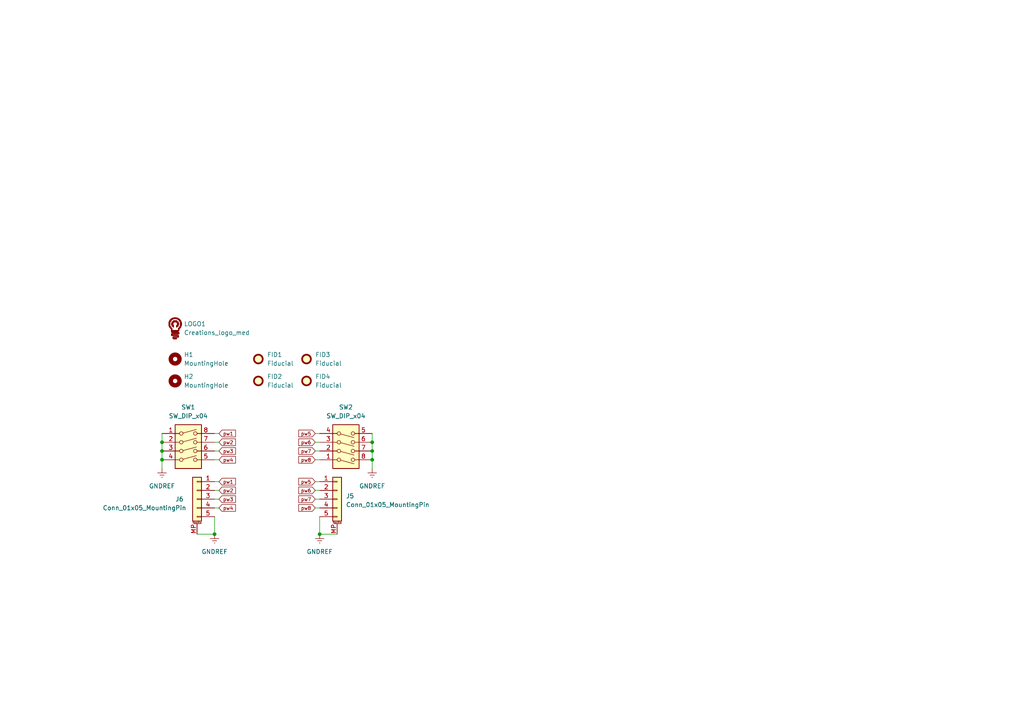
<source format=kicad_sch>
(kicad_sch (version 20211123) (generator eeschema)

  (uuid 9eb58f3d-9f83-4853-981a-7721913daf7f)

  (paper "A4")

  (lib_symbols
    (symbol "Austins creations:4P_DIP" (in_bom yes) (on_board yes)
      (property "Reference" "SW" (id 0) (at 0 12.7 0)
        (effects (font (size 1.27 1.27)))
      )
      (property "Value" "4P_DIP" (id 1) (at 0 10.16 0)
        (effects (font (size 1.27 1.27)))
      )
      (property "Footprint" "Austins creations:4P_DIP" (id 2) (at 0 -7.62 0)
        (effects (font (size 1.27 1.27)) hide)
      )
      (property "Datasheet" "" (id 3) (at -15.24 8.89 0)
        (effects (font (size 1.27 1.27)) hide)
      )
      (property "part #" "C2758183" (id 4) (at 0 7.62 0)
        (effects (font (size 1.27 1.27)))
      )
      (symbol "4P_DIP_0_0"
        (circle (center -2.032 -3.81) (radius 0.508)
          (stroke (width 0) (type default) (color 0 0 0 0))
          (fill (type none))
        )
        (circle (center -2.032 -1.27) (radius 0.508)
          (stroke (width 0) (type default) (color 0 0 0 0))
          (fill (type none))
        )
        (circle (center -2.032 1.27) (radius 0.508)
          (stroke (width 0) (type default) (color 0 0 0 0))
          (fill (type none))
        )
        (circle (center -2.032 3.81) (radius 0.508)
          (stroke (width 0) (type default) (color 0 0 0 0))
          (fill (type none))
        )
        (polyline
          (pts
            (xy -1.524 -3.6576)
            (xy 2.3622 -2.6162)
          )
          (stroke (width 0) (type default) (color 0 0 0 0))
          (fill (type none))
        )
        (polyline
          (pts
            (xy -1.524 -1.143)
            (xy 2.3622 -0.1016)
          )
          (stroke (width 0) (type default) (color 0 0 0 0))
          (fill (type none))
        )
        (polyline
          (pts
            (xy -1.524 1.397)
            (xy 2.3622 2.4384)
          )
          (stroke (width 0) (type default) (color 0 0 0 0))
          (fill (type none))
        )
        (polyline
          (pts
            (xy -1.524 3.937)
            (xy 2.3622 4.9784)
          )
          (stroke (width 0) (type default) (color 0 0 0 0))
          (fill (type none))
        )
        (circle (center 2.032 -3.81) (radius 0.508)
          (stroke (width 0) (type default) (color 0 0 0 0))
          (fill (type none))
        )
        (circle (center 2.032 -1.27) (radius 0.508)
          (stroke (width 0) (type default) (color 0 0 0 0))
          (fill (type none))
        )
        (circle (center 2.032 1.27) (radius 0.508)
          (stroke (width 0) (type default) (color 0 0 0 0))
          (fill (type none))
        )
        (circle (center 2.032 3.81) (radius 0.508)
          (stroke (width 0) (type default) (color 0 0 0 0))
          (fill (type none))
        )
      )
      (symbol "4P_DIP_0_1"
        (rectangle (start -3.81 6.35) (end 3.81 -6.35)
          (stroke (width 0.254) (type default) (color 0 0 0 0))
          (fill (type background))
        )
      )
      (symbol "4P_DIP_1_1"
        (pin passive line (at -7.62 3.81 0) (length 5.08)
          (name "~" (effects (font (size 1.27 1.27))))
          (number "1" (effects (font (size 1.27 1.27))))
        )
        (pin passive line (at -7.62 1.27 0) (length 5.08)
          (name "~" (effects (font (size 1.27 1.27))))
          (number "2" (effects (font (size 1.27 1.27))))
        )
        (pin passive line (at -7.62 -1.27 0) (length 5.08)
          (name "~" (effects (font (size 1.27 1.27))))
          (number "3" (effects (font (size 1.27 1.27))))
        )
        (pin passive line (at -7.62 -3.81 0) (length 5.08)
          (name "~" (effects (font (size 1.27 1.27))))
          (number "4" (effects (font (size 1.27 1.27))))
        )
        (pin passive line (at 7.62 -3.81 180) (length 5.08)
          (name "~" (effects (font (size 1.27 1.27))))
          (number "5" (effects (font (size 1.27 1.27))))
        )
        (pin passive line (at 7.62 -1.27 180) (length 5.08)
          (name "~" (effects (font (size 1.27 1.27))))
          (number "6" (effects (font (size 1.27 1.27))))
        )
        (pin passive line (at 7.62 1.27 180) (length 5.08)
          (name "~" (effects (font (size 1.27 1.27))))
          (number "7" (effects (font (size 1.27 1.27))))
        )
        (pin passive line (at 7.62 3.81 180) (length 5.08)
          (name "~" (effects (font (size 1.27 1.27))))
          (number "8" (effects (font (size 1.27 1.27))))
        )
      )
    )
    (symbol "Connector_Generic_MountingPin:Conn_01x05_MountingPin" (pin_names (offset 1.016) hide) (in_bom yes) (on_board yes)
      (property "Reference" "J" (id 0) (at 0 7.62 0)
        (effects (font (size 1.27 1.27)))
      )
      (property "Value" "Conn_01x05_MountingPin" (id 1) (at 1.27 -7.62 0)
        (effects (font (size 1.27 1.27)) (justify left))
      )
      (property "Footprint" "" (id 2) (at 0 0 0)
        (effects (font (size 1.27 1.27)) hide)
      )
      (property "Datasheet" "~" (id 3) (at 0 0 0)
        (effects (font (size 1.27 1.27)) hide)
      )
      (property "ki_keywords" "connector" (id 4) (at 0 0 0)
        (effects (font (size 1.27 1.27)) hide)
      )
      (property "ki_description" "Generic connectable mounting pin connector, single row, 01x05, script generated (kicad-library-utils/schlib/autogen/connector/)" (id 5) (at 0 0 0)
        (effects (font (size 1.27 1.27)) hide)
      )
      (property "ki_fp_filters" "Connector*:*_1x??-1MP*" (id 6) (at 0 0 0)
        (effects (font (size 1.27 1.27)) hide)
      )
      (symbol "Conn_01x05_MountingPin_1_1"
        (rectangle (start -1.27 -4.953) (end 0 -5.207)
          (stroke (width 0.1524) (type default) (color 0 0 0 0))
          (fill (type none))
        )
        (rectangle (start -1.27 -2.413) (end 0 -2.667)
          (stroke (width 0.1524) (type default) (color 0 0 0 0))
          (fill (type none))
        )
        (rectangle (start -1.27 0.127) (end 0 -0.127)
          (stroke (width 0.1524) (type default) (color 0 0 0 0))
          (fill (type none))
        )
        (rectangle (start -1.27 2.667) (end 0 2.413)
          (stroke (width 0.1524) (type default) (color 0 0 0 0))
          (fill (type none))
        )
        (rectangle (start -1.27 5.207) (end 0 4.953)
          (stroke (width 0.1524) (type default) (color 0 0 0 0))
          (fill (type none))
        )
        (rectangle (start -1.27 6.35) (end 1.27 -6.35)
          (stroke (width 0.254) (type default) (color 0 0 0 0))
          (fill (type background))
        )
        (polyline
          (pts
            (xy -1.016 -7.112)
            (xy 1.016 -7.112)
          )
          (stroke (width 0.1524) (type default) (color 0 0 0 0))
          (fill (type none))
        )
        (text "Mounting" (at 0 -6.731 0)
          (effects (font (size 0.381 0.381)))
        )
        (pin passive line (at -5.08 5.08 0) (length 3.81)
          (name "Pin_1" (effects (font (size 1.27 1.27))))
          (number "1" (effects (font (size 1.27 1.27))))
        )
        (pin passive line (at -5.08 2.54 0) (length 3.81)
          (name "Pin_2" (effects (font (size 1.27 1.27))))
          (number "2" (effects (font (size 1.27 1.27))))
        )
        (pin passive line (at -5.08 0 0) (length 3.81)
          (name "Pin_3" (effects (font (size 1.27 1.27))))
          (number "3" (effects (font (size 1.27 1.27))))
        )
        (pin passive line (at -5.08 -2.54 0) (length 3.81)
          (name "Pin_4" (effects (font (size 1.27 1.27))))
          (number "4" (effects (font (size 1.27 1.27))))
        )
        (pin passive line (at -5.08 -5.08 0) (length 3.81)
          (name "Pin_5" (effects (font (size 1.27 1.27))))
          (number "5" (effects (font (size 1.27 1.27))))
        )
        (pin passive line (at 0 -10.16 90) (length 3.048)
          (name "MountPin" (effects (font (size 1.27 1.27))))
          (number "MP" (effects (font (size 1.27 1.27))))
        )
      )
    )
    (symbol "Mechanical:Fiducial" (in_bom yes) (on_board yes)
      (property "Reference" "FID" (id 0) (at 0 5.08 0)
        (effects (font (size 1.27 1.27)))
      )
      (property "Value" "Fiducial" (id 1) (at 0 3.175 0)
        (effects (font (size 1.27 1.27)))
      )
      (property "Footprint" "" (id 2) (at 0 0 0)
        (effects (font (size 1.27 1.27)) hide)
      )
      (property "Datasheet" "~" (id 3) (at 0 0 0)
        (effects (font (size 1.27 1.27)) hide)
      )
      (property "ki_keywords" "fiducial marker" (id 4) (at 0 0 0)
        (effects (font (size 1.27 1.27)) hide)
      )
      (property "ki_description" "Fiducial Marker" (id 5) (at 0 0 0)
        (effects (font (size 1.27 1.27)) hide)
      )
      (property "ki_fp_filters" "Fiducial*" (id 6) (at 0 0 0)
        (effects (font (size 1.27 1.27)) hide)
      )
      (symbol "Fiducial_0_1"
        (circle (center 0 0) (radius 1.27)
          (stroke (width 0.508) (type default) (color 0 0 0 0))
          (fill (type background))
        )
      )
    )
    (symbol "Mechanical:MountingHole" (pin_names (offset 1.016)) (in_bom yes) (on_board yes)
      (property "Reference" "H" (id 0) (at 0 5.08 0)
        (effects (font (size 1.27 1.27)))
      )
      (property "Value" "MountingHole" (id 1) (at 0 3.175 0)
        (effects (font (size 1.27 1.27)))
      )
      (property "Footprint" "" (id 2) (at 0 0 0)
        (effects (font (size 1.27 1.27)) hide)
      )
      (property "Datasheet" "~" (id 3) (at 0 0 0)
        (effects (font (size 1.27 1.27)) hide)
      )
      (property "ki_keywords" "mounting hole" (id 4) (at 0 0 0)
        (effects (font (size 1.27 1.27)) hide)
      )
      (property "ki_description" "Mounting Hole without connection" (id 5) (at 0 0 0)
        (effects (font (size 1.27 1.27)) hide)
      )
      (property "ki_fp_filters" "MountingHole*" (id 6) (at 0 0 0)
        (effects (font (size 1.27 1.27)) hide)
      )
      (symbol "MountingHole_0_1"
        (circle (center 0 0) (radius 1.27)
          (stroke (width 1.27) (type default) (color 0 0 0 0))
          (fill (type none))
        )
      )
    )
    (symbol "logos:Creations_logo_med" (in_bom yes) (on_board yes)
      (property "Reference" "LOGO" (id 0) (at 0 6.35 0)
        (effects (font (size 1.27 1.27)))
      )
      (property "Value" "Creations_logo_med" (id 1) (at 0 3.81 0)
        (effects (font (size 1.27 1.27)))
      )
      (property "Footprint" "logos:Creations logo med" (id 2) (at 0 8.89 0)
        (effects (font (size 1.27 1.27)) hide)
      )
      (property "Datasheet" "" (id 3) (at 0 10.16 0)
        (effects (font (size 1.27 1.27)) hide)
      )
      (symbol "Creations_logo_med_1_0"
        (rectangle (start -1.8415 -0.254) (end -1.5367 -0.2286)
          (stroke (width 0) (type default) (color 0 0 0 0))
          (fill (type outline))
        )
        (rectangle (start -1.8415 -0.2286) (end -1.5367 -0.2032)
          (stroke (width 0) (type default) (color 0 0 0 0))
          (fill (type outline))
        )
        (rectangle (start -1.8415 -0.2032) (end -1.5367 -0.1778)
          (stroke (width 0) (type default) (color 0 0 0 0))
          (fill (type outline))
        )
        (rectangle (start -1.8415 -0.1778) (end -1.5367 -0.1524)
          (stroke (width 0) (type default) (color 0 0 0 0))
          (fill (type outline))
        )
        (rectangle (start -1.8415 -0.1524) (end -1.5367 -0.127)
          (stroke (width 0) (type default) (color 0 0 0 0))
          (fill (type outline))
        )
        (rectangle (start -1.8415 -0.127) (end -1.5367 -0.1016)
          (stroke (width 0) (type default) (color 0 0 0 0))
          (fill (type outline))
        )
        (rectangle (start -1.8415 -0.1016) (end -1.5367 -0.0762)
          (stroke (width 0) (type default) (color 0 0 0 0))
          (fill (type outline))
        )
        (rectangle (start -1.8415 -0.0762) (end -1.5367 -0.0508)
          (stroke (width 0) (type default) (color 0 0 0 0))
          (fill (type outline))
        )
        (rectangle (start -1.8415 -0.0508) (end -1.5367 -0.0254)
          (stroke (width 0) (type default) (color 0 0 0 0))
          (fill (type outline))
        )
        (rectangle (start -1.8415 -0.0254) (end -1.5367 0)
          (stroke (width 0) (type default) (color 0 0 0 0))
          (fill (type outline))
        )
        (rectangle (start -1.8415 0) (end -1.5367 0.0254)
          (stroke (width 0) (type default) (color 0 0 0 0))
          (fill (type outline))
        )
        (rectangle (start -1.8415 0.0254) (end -1.5367 0.0508)
          (stroke (width 0) (type default) (color 0 0 0 0))
          (fill (type outline))
        )
        (rectangle (start -1.8415 0.0508) (end -1.5367 0.0762)
          (stroke (width 0) (type default) (color 0 0 0 0))
          (fill (type outline))
        )
        (rectangle (start -1.8415 0.0762) (end -1.5367 0.1016)
          (stroke (width 0) (type default) (color 0 0 0 0))
          (fill (type outline))
        )
        (rectangle (start -1.8415 0.1016) (end -1.5367 0.127)
          (stroke (width 0) (type default) (color 0 0 0 0))
          (fill (type outline))
        )
        (rectangle (start -1.8415 0.127) (end -1.5367 0.1524)
          (stroke (width 0) (type default) (color 0 0 0 0))
          (fill (type outline))
        )
        (rectangle (start -1.8415 0.1524) (end -1.5367 0.1778)
          (stroke (width 0) (type default) (color 0 0 0 0))
          (fill (type outline))
        )
        (rectangle (start -1.8415 0.1778) (end -1.5367 0.2032)
          (stroke (width 0) (type default) (color 0 0 0 0))
          (fill (type outline))
        )
        (rectangle (start -1.8415 0.2032) (end -1.5367 0.2286)
          (stroke (width 0) (type default) (color 0 0 0 0))
          (fill (type outline))
        )
        (rectangle (start -1.8415 0.2286) (end -1.5367 0.254)
          (stroke (width 0) (type default) (color 0 0 0 0))
          (fill (type outline))
        )
        (rectangle (start -1.8415 0.254) (end -1.5113 0.2794)
          (stroke (width 0) (type default) (color 0 0 0 0))
          (fill (type outline))
        )
        (rectangle (start -1.8415 0.2794) (end -1.5113 0.3048)
          (stroke (width 0) (type default) (color 0 0 0 0))
          (fill (type outline))
        )
        (rectangle (start -1.8161 -0.4064) (end -1.5113 -0.381)
          (stroke (width 0) (type default) (color 0 0 0 0))
          (fill (type outline))
        )
        (rectangle (start -1.8161 -0.381) (end -1.5113 -0.3556)
          (stroke (width 0) (type default) (color 0 0 0 0))
          (fill (type outline))
        )
        (rectangle (start -1.8161 -0.3556) (end -1.5113 -0.3302)
          (stroke (width 0) (type default) (color 0 0 0 0))
          (fill (type outline))
        )
        (rectangle (start -1.8161 -0.3302) (end -1.5113 -0.3048)
          (stroke (width 0) (type default) (color 0 0 0 0))
          (fill (type outline))
        )
        (rectangle (start -1.8161 -0.3048) (end -1.5367 -0.2794)
          (stroke (width 0) (type default) (color 0 0 0 0))
          (fill (type outline))
        )
        (rectangle (start -1.8161 -0.2794) (end -1.5367 -0.254)
          (stroke (width 0) (type default) (color 0 0 0 0))
          (fill (type outline))
        )
        (rectangle (start -1.8161 0.3048) (end -1.5113 0.3302)
          (stroke (width 0) (type default) (color 0 0 0 0))
          (fill (type outline))
        )
        (rectangle (start -1.8161 0.3302) (end -1.5113 0.3556)
          (stroke (width 0) (type default) (color 0 0 0 0))
          (fill (type outline))
        )
        (rectangle (start -1.8161 0.3556) (end -1.5113 0.381)
          (stroke (width 0) (type default) (color 0 0 0 0))
          (fill (type outline))
        )
        (rectangle (start -1.8161 0.381) (end -1.4859 0.4064)
          (stroke (width 0) (type default) (color 0 0 0 0))
          (fill (type outline))
        )
        (rectangle (start -1.8161 0.4064) (end -1.4859 0.4318)
          (stroke (width 0) (type default) (color 0 0 0 0))
          (fill (type outline))
        )
        (rectangle (start -1.7907 -0.4826) (end -1.4859 -0.4572)
          (stroke (width 0) (type default) (color 0 0 0 0))
          (fill (type outline))
        )
        (rectangle (start -1.7907 -0.4572) (end -1.4859 -0.4318)
          (stroke (width 0) (type default) (color 0 0 0 0))
          (fill (type outline))
        )
        (rectangle (start -1.7907 -0.4318) (end -1.4859 -0.4064)
          (stroke (width 0) (type default) (color 0 0 0 0))
          (fill (type outline))
        )
        (rectangle (start -1.7907 0.4318) (end -1.4859 0.4572)
          (stroke (width 0) (type default) (color 0 0 0 0))
          (fill (type outline))
        )
        (rectangle (start -1.7907 0.4572) (end -1.4859 0.4826)
          (stroke (width 0) (type default) (color 0 0 0 0))
          (fill (type outline))
        )
        (rectangle (start -1.7907 0.4826) (end -1.4605 0.508)
          (stroke (width 0) (type default) (color 0 0 0 0))
          (fill (type outline))
        )
        (rectangle (start -1.7907 0.508) (end -1.4605 0.5334)
          (stroke (width 0) (type default) (color 0 0 0 0))
          (fill (type outline))
        )
        (rectangle (start -1.7653 -0.5588) (end -1.4605 -0.5334)
          (stroke (width 0) (type default) (color 0 0 0 0))
          (fill (type outline))
        )
        (rectangle (start -1.7653 -0.5334) (end -1.4605 -0.508)
          (stroke (width 0) (type default) (color 0 0 0 0))
          (fill (type outline))
        )
        (rectangle (start -1.7653 -0.508) (end -1.4859 -0.4826)
          (stroke (width 0) (type default) (color 0 0 0 0))
          (fill (type outline))
        )
        (rectangle (start -1.7653 0.5334) (end -1.4351 0.5588)
          (stroke (width 0) (type default) (color 0 0 0 0))
          (fill (type outline))
        )
        (rectangle (start -1.7653 0.5588) (end -1.4351 0.5842)
          (stroke (width 0) (type default) (color 0 0 0 0))
          (fill (type outline))
        )
        (rectangle (start -1.7653 0.5842) (end -1.4351 0.6096)
          (stroke (width 0) (type default) (color 0 0 0 0))
          (fill (type outline))
        )
        (rectangle (start -1.7399 -0.635) (end -1.4351 -0.6096)
          (stroke (width 0) (type default) (color 0 0 0 0))
          (fill (type outline))
        )
        (rectangle (start -1.7399 -0.6096) (end -1.4351 -0.5842)
          (stroke (width 0) (type default) (color 0 0 0 0))
          (fill (type outline))
        )
        (rectangle (start -1.7399 -0.5842) (end -1.4351 -0.5588)
          (stroke (width 0) (type default) (color 0 0 0 0))
          (fill (type outline))
        )
        (rectangle (start -1.7399 0.6096) (end -1.4097 0.635)
          (stroke (width 0) (type default) (color 0 0 0 0))
          (fill (type outline))
        )
        (rectangle (start -1.7399 0.635) (end -1.4097 0.6604)
          (stroke (width 0) (type default) (color 0 0 0 0))
          (fill (type outline))
        )
        (rectangle (start -1.7399 0.6604) (end -1.3843 0.6858)
          (stroke (width 0) (type default) (color 0 0 0 0))
          (fill (type outline))
        )
        (rectangle (start -1.7145 -0.7112) (end -1.3843 -0.6858)
          (stroke (width 0) (type default) (color 0 0 0 0))
          (fill (type outline))
        )
        (rectangle (start -1.7145 -0.6858) (end -1.4097 -0.6604)
          (stroke (width 0) (type default) (color 0 0 0 0))
          (fill (type outline))
        )
        (rectangle (start -1.7145 -0.6604) (end -1.4097 -0.635)
          (stroke (width 0) (type default) (color 0 0 0 0))
          (fill (type outline))
        )
        (rectangle (start -1.7145 0.6858) (end -1.3843 0.7112)
          (stroke (width 0) (type default) (color 0 0 0 0))
          (fill (type outline))
        )
        (rectangle (start -1.7145 0.7112) (end -1.3589 0.7366)
          (stroke (width 0) (type default) (color 0 0 0 0))
          (fill (type outline))
        )
        (rectangle (start -1.7145 0.7366) (end -1.3589 0.762)
          (stroke (width 0) (type default) (color 0 0 0 0))
          (fill (type outline))
        )
        (rectangle (start -1.6891 -0.762) (end -1.3589 -0.7366)
          (stroke (width 0) (type default) (color 0 0 0 0))
          (fill (type outline))
        )
        (rectangle (start -1.6891 -0.7366) (end -1.3843 -0.7112)
          (stroke (width 0) (type default) (color 0 0 0 0))
          (fill (type outline))
        )
        (rectangle (start -1.6891 0.762) (end -1.3335 0.7874)
          (stroke (width 0) (type default) (color 0 0 0 0))
          (fill (type outline))
        )
        (rectangle (start -1.6891 0.7874) (end -1.3335 0.8128)
          (stroke (width 0) (type default) (color 0 0 0 0))
          (fill (type outline))
        )
        (rectangle (start -1.6637 -0.8128) (end -1.3335 -0.7874)
          (stroke (width 0) (type default) (color 0 0 0 0))
          (fill (type outline))
        )
        (rectangle (start -1.6637 -0.7874) (end -1.3589 -0.762)
          (stroke (width 0) (type default) (color 0 0 0 0))
          (fill (type outline))
        )
        (rectangle (start -1.6637 0.8128) (end -1.3081 0.8382)
          (stroke (width 0) (type default) (color 0 0 0 0))
          (fill (type outline))
        )
        (rectangle (start -1.6637 0.8382) (end -1.2827 0.8636)
          (stroke (width 0) (type default) (color 0 0 0 0))
          (fill (type outline))
        )
        (rectangle (start -1.6383 -0.8636) (end -1.3081 -0.8382)
          (stroke (width 0) (type default) (color 0 0 0 0))
          (fill (type outline))
        )
        (rectangle (start -1.6383 -0.8382) (end -1.3335 -0.8128)
          (stroke (width 0) (type default) (color 0 0 0 0))
          (fill (type outline))
        )
        (rectangle (start -1.6383 0.8636) (end -1.2827 0.889)
          (stroke (width 0) (type default) (color 0 0 0 0))
          (fill (type outline))
        )
        (rectangle (start -1.6383 0.889) (end -1.2573 0.9144)
          (stroke (width 0) (type default) (color 0 0 0 0))
          (fill (type outline))
        )
        (rectangle (start -1.6129 -0.9144) (end -1.2827 -0.889)
          (stroke (width 0) (type default) (color 0 0 0 0))
          (fill (type outline))
        )
        (rectangle (start -1.6129 -0.889) (end -1.2827 -0.8636)
          (stroke (width 0) (type default) (color 0 0 0 0))
          (fill (type outline))
        )
        (rectangle (start -1.6129 0.9144) (end -1.2319 0.9398)
          (stroke (width 0) (type default) (color 0 0 0 0))
          (fill (type outline))
        )
        (rectangle (start -1.5875 -0.9398) (end -1.2573 -0.9144)
          (stroke (width 0) (type default) (color 0 0 0 0))
          (fill (type outline))
        )
        (rectangle (start -1.5875 0.9398) (end -1.2319 0.9652)
          (stroke (width 0) (type default) (color 0 0 0 0))
          (fill (type outline))
        )
        (rectangle (start -1.5875 0.9652) (end -1.1811 0.9906)
          (stroke (width 0) (type default) (color 0 0 0 0))
          (fill (type outline))
        )
        (rectangle (start -1.5621 -0.9906) (end -1.2319 -0.9652)
          (stroke (width 0) (type default) (color 0 0 0 0))
          (fill (type outline))
        )
        (rectangle (start -1.5621 -0.9652) (end -1.2319 -0.9398)
          (stroke (width 0) (type default) (color 0 0 0 0))
          (fill (type outline))
        )
        (rectangle (start -1.5621 0.9906) (end -1.1811 1.016)
          (stroke (width 0) (type default) (color 0 0 0 0))
          (fill (type outline))
        )
        (rectangle (start -1.5621 1.016) (end -1.1557 1.0414)
          (stroke (width 0) (type default) (color 0 0 0 0))
          (fill (type outline))
        )
        (rectangle (start -1.5367 -1.016) (end -1.2065 -0.9906)
          (stroke (width 0) (type default) (color 0 0 0 0))
          (fill (type outline))
        )
        (rectangle (start -1.5367 1.0414) (end -1.1303 1.0668)
          (stroke (width 0) (type default) (color 0 0 0 0))
          (fill (type outline))
        )
        (rectangle (start -1.5113 -1.0668) (end -1.1557 -1.0414)
          (stroke (width 0) (type default) (color 0 0 0 0))
          (fill (type outline))
        )
        (rectangle (start -1.5113 -1.0414) (end -1.1811 -1.016)
          (stroke (width 0) (type default) (color 0 0 0 0))
          (fill (type outline))
        )
        (rectangle (start -1.5113 1.0668) (end -1.1049 1.0922)
          (stroke (width 0) (type default) (color 0 0 0 0))
          (fill (type outline))
        )
        (rectangle (start -1.4859 -1.0922) (end -1.1303 -1.0668)
          (stroke (width 0) (type default) (color 0 0 0 0))
          (fill (type outline))
        )
        (rectangle (start -1.4859 1.0922) (end -1.0795 1.1176)
          (stroke (width 0) (type default) (color 0 0 0 0))
          (fill (type outline))
        )
        (rectangle (start -1.4859 1.1176) (end -1.0541 1.143)
          (stroke (width 0) (type default) (color 0 0 0 0))
          (fill (type outline))
        )
        (rectangle (start -1.4605 -1.1176) (end -1.1049 -1.0922)
          (stroke (width 0) (type default) (color 0 0 0 0))
          (fill (type outline))
        )
        (rectangle (start -1.4605 1.143) (end -1.0033 1.1684)
          (stroke (width 0) (type default) (color 0 0 0 0))
          (fill (type outline))
        )
        (rectangle (start -1.4605 1.1684) (end -1.0033 1.1938)
          (stroke (width 0) (type default) (color 0 0 0 0))
          (fill (type outline))
        )
        (rectangle (start -1.4351 -1.1684) (end -1.0541 -1.143)
          (stroke (width 0) (type default) (color 0 0 0 0))
          (fill (type outline))
        )
        (rectangle (start -1.4351 -1.143) (end -1.0795 -1.1176)
          (stroke (width 0) (type default) (color 0 0 0 0))
          (fill (type outline))
        )
        (rectangle (start -1.4097 -1.1938) (end -1.0287 -1.1684)
          (stroke (width 0) (type default) (color 0 0 0 0))
          (fill (type outline))
        )
        (rectangle (start -1.4097 1.1938) (end -0.9779 1.2192)
          (stroke (width 0) (type default) (color 0 0 0 0))
          (fill (type outline))
        )
        (rectangle (start -1.4097 1.2192) (end -0.9525 1.2446)
          (stroke (width 0) (type default) (color 0 0 0 0))
          (fill (type outline))
        )
        (rectangle (start -1.3843 -1.2192) (end -1.0033 -1.1938)
          (stroke (width 0) (type default) (color 0 0 0 0))
          (fill (type outline))
        )
        (rectangle (start -1.3843 1.2446) (end -0.9017 1.27)
          (stroke (width 0) (type default) (color 0 0 0 0))
          (fill (type outline))
        )
        (rectangle (start -1.3589 -1.2446) (end -0.9779 -1.2192)
          (stroke (width 0) (type default) (color 0 0 0 0))
          (fill (type outline))
        )
        (rectangle (start -1.3589 1.27) (end -0.8763 1.2954)
          (stroke (width 0) (type default) (color 0 0 0 0))
          (fill (type outline))
        )
        (rectangle (start -1.3335 -1.27) (end -0.9525 -1.2446)
          (stroke (width 0) (type default) (color 0 0 0 0))
          (fill (type outline))
        )
        (rectangle (start -1.3335 1.2954) (end -0.8509 1.3208)
          (stroke (width 0) (type default) (color 0 0 0 0))
          (fill (type outline))
        )
        (rectangle (start -1.3081 -1.2954) (end -0.9271 -1.27)
          (stroke (width 0) (type default) (color 0 0 0 0))
          (fill (type outline))
        )
        (rectangle (start -1.3081 1.3208) (end -0.7747 1.3462)
          (stroke (width 0) (type default) (color 0 0 0 0))
          (fill (type outline))
        )
        (rectangle (start -1.2827 -1.3208) (end -0.9017 -1.2954)
          (stroke (width 0) (type default) (color 0 0 0 0))
          (fill (type outline))
        )
        (rectangle (start -1.2827 1.3462) (end -0.7493 1.3716)
          (stroke (width 0) (type default) (color 0 0 0 0))
          (fill (type outline))
        )
        (rectangle (start -1.2573 -1.3462) (end -0.9017 -1.3208)
          (stroke (width 0) (type default) (color 0 0 0 0))
          (fill (type outline))
        )
        (rectangle (start -1.2573 1.3716) (end -0.7239 1.397)
          (stroke (width 0) (type default) (color 0 0 0 0))
          (fill (type outline))
        )
        (rectangle (start -1.2319 -1.3716) (end -0.9017 -1.3462)
          (stroke (width 0) (type default) (color 0 0 0 0))
          (fill (type outline))
        )
        (rectangle (start -1.2065 -1.397) (end -0.9017 -1.3716)
          (stroke (width 0) (type default) (color 0 0 0 0))
          (fill (type outline))
        )
        (rectangle (start -1.2065 1.397) (end -0.6731 1.4224)
          (stroke (width 0) (type default) (color 0 0 0 0))
          (fill (type outline))
        )
        (rectangle (start -1.1811 -1.4224) (end -0.9017 -1.397)
          (stroke (width 0) (type default) (color 0 0 0 0))
          (fill (type outline))
        )
        (rectangle (start -1.1811 1.4224) (end -0.5969 1.4478)
          (stroke (width 0) (type default) (color 0 0 0 0))
          (fill (type outline))
        )
        (rectangle (start -1.1557 -1.4478) (end -0.9017 -1.4224)
          (stroke (width 0) (type default) (color 0 0 0 0))
          (fill (type outline))
        )
        (rectangle (start -1.1557 1.4478) (end -0.5461 1.4732)
          (stroke (width 0) (type default) (color 0 0 0 0))
          (fill (type outline))
        )
        (rectangle (start -1.1303 -3.2004) (end -0.8509 -3.175)
          (stroke (width 0) (type default) (color 0 0 0 0))
          (fill (type outline))
        )
        (rectangle (start -1.1303 -3.175) (end -0.8763 -3.1496)
          (stroke (width 0) (type default) (color 0 0 0 0))
          (fill (type outline))
        )
        (rectangle (start -1.1303 -3.1496) (end -0.9017 -3.1242)
          (stroke (width 0) (type default) (color 0 0 0 0))
          (fill (type outline))
        )
        (rectangle (start -1.1303 -3.1242) (end -0.9017 -3.0988)
          (stroke (width 0) (type default) (color 0 0 0 0))
          (fill (type outline))
        )
        (rectangle (start -1.1303 -3.0988) (end -0.9017 -3.0734)
          (stroke (width 0) (type default) (color 0 0 0 0))
          (fill (type outline))
        )
        (rectangle (start -1.1303 -3.0734) (end -0.9017 -3.048)
          (stroke (width 0) (type default) (color 0 0 0 0))
          (fill (type outline))
        )
        (rectangle (start -1.1303 -3.048) (end -0.9017 -3.0226)
          (stroke (width 0) (type default) (color 0 0 0 0))
          (fill (type outline))
        )
        (rectangle (start -1.1303 -3.0226) (end -0.8763 -2.9972)
          (stroke (width 0) (type default) (color 0 0 0 0))
          (fill (type outline))
        )
        (rectangle (start -1.1303 -2.3368) (end 0.9525 -2.3114)
          (stroke (width 0) (type default) (color 0 0 0 0))
          (fill (type outline))
        )
        (rectangle (start -1.1303 -2.3114) (end 0.9017 -2.286)
          (stroke (width 0) (type default) (color 0 0 0 0))
          (fill (type outline))
        )
        (rectangle (start -1.1303 -2.286) (end -0.8255 -2.2606)
          (stroke (width 0) (type default) (color 0 0 0 0))
          (fill (type outline))
        )
        (rectangle (start -1.1303 -2.2606) (end -0.8509 -2.2352)
          (stroke (width 0) (type default) (color 0 0 0 0))
          (fill (type outline))
        )
        (rectangle (start -1.1303 -2.2352) (end -0.8763 -2.2098)
          (stroke (width 0) (type default) (color 0 0 0 0))
          (fill (type outline))
        )
        (rectangle (start -1.1303 -2.2098) (end -0.9017 -2.1844)
          (stroke (width 0) (type default) (color 0 0 0 0))
          (fill (type outline))
        )
        (rectangle (start -1.1303 -2.1844) (end -0.9017 -2.159)
          (stroke (width 0) (type default) (color 0 0 0 0))
          (fill (type outline))
        )
        (rectangle (start -1.1303 -2.159) (end -0.9017 -2.1336)
          (stroke (width 0) (type default) (color 0 0 0 0))
          (fill (type outline))
        )
        (rectangle (start -1.1303 -2.1336) (end -0.9017 -2.1082)
          (stroke (width 0) (type default) (color 0 0 0 0))
          (fill (type outline))
        )
        (rectangle (start -1.1303 -2.1082) (end -0.9017 -2.0828)
          (stroke (width 0) (type default) (color 0 0 0 0))
          (fill (type outline))
        )
        (rectangle (start -1.1303 -2.0828) (end -0.9017 -2.0574)
          (stroke (width 0) (type default) (color 0 0 0 0))
          (fill (type outline))
        )
        (rectangle (start -1.1303 -2.0574) (end -0.9017 -2.032)
          (stroke (width 0) (type default) (color 0 0 0 0))
          (fill (type outline))
        )
        (rectangle (start -1.1303 -2.032) (end -0.9017 -2.0066)
          (stroke (width 0) (type default) (color 0 0 0 0))
          (fill (type outline))
        )
        (rectangle (start -1.1303 -2.0066) (end -0.9017 -1.9812)
          (stroke (width 0) (type default) (color 0 0 0 0))
          (fill (type outline))
        )
        (rectangle (start -1.1303 -1.9812) (end -0.9017 -1.9558)
          (stroke (width 0) (type default) (color 0 0 0 0))
          (fill (type outline))
        )
        (rectangle (start -1.1303 -1.9558) (end -0.9017 -1.9304)
          (stroke (width 0) (type default) (color 0 0 0 0))
          (fill (type outline))
        )
        (rectangle (start -1.1303 -1.9304) (end -0.9017 -1.905)
          (stroke (width 0) (type default) (color 0 0 0 0))
          (fill (type outline))
        )
        (rectangle (start -1.1303 -1.905) (end -0.9017 -1.8796)
          (stroke (width 0) (type default) (color 0 0 0 0))
          (fill (type outline))
        )
        (rectangle (start -1.1303 -1.8796) (end -0.9017 -1.8542)
          (stroke (width 0) (type default) (color 0 0 0 0))
          (fill (type outline))
        )
        (rectangle (start -1.1303 -1.8542) (end -0.9017 -1.8288)
          (stroke (width 0) (type default) (color 0 0 0 0))
          (fill (type outline))
        )
        (rectangle (start -1.1303 -1.8288) (end -0.9017 -1.8034)
          (stroke (width 0) (type default) (color 0 0 0 0))
          (fill (type outline))
        )
        (rectangle (start -1.1303 -1.8034) (end -0.9017 -1.778)
          (stroke (width 0) (type default) (color 0 0 0 0))
          (fill (type outline))
        )
        (rectangle (start -1.1303 -1.778) (end -0.9017 -1.7526)
          (stroke (width 0) (type default) (color 0 0 0 0))
          (fill (type outline))
        )
        (rectangle (start -1.1303 -1.7526) (end -0.9017 -1.7272)
          (stroke (width 0) (type default) (color 0 0 0 0))
          (fill (type outline))
        )
        (rectangle (start -1.1303 -1.7272) (end -0.9017 -1.7018)
          (stroke (width 0) (type default) (color 0 0 0 0))
          (fill (type outline))
        )
        (rectangle (start -1.1303 -1.7018) (end -0.9017 -1.6764)
          (stroke (width 0) (type default) (color 0 0 0 0))
          (fill (type outline))
        )
        (rectangle (start -1.1303 -1.6764) (end -0.9017 -1.651)
          (stroke (width 0) (type default) (color 0 0 0 0))
          (fill (type outline))
        )
        (rectangle (start -1.1303 -1.651) (end -0.9017 -1.6256)
          (stroke (width 0) (type default) (color 0 0 0 0))
          (fill (type outline))
        )
        (rectangle (start -1.1303 -1.6256) (end -0.9017 -1.6002)
          (stroke (width 0) (type default) (color 0 0 0 0))
          (fill (type outline))
        )
        (rectangle (start -1.1303 -1.6002) (end -0.9017 -1.5748)
          (stroke (width 0) (type default) (color 0 0 0 0))
          (fill (type outline))
        )
        (rectangle (start -1.1303 -1.5748) (end -0.9017 -1.5494)
          (stroke (width 0) (type default) (color 0 0 0 0))
          (fill (type outline))
        )
        (rectangle (start -1.1303 -1.5494) (end -0.9017 -1.524)
          (stroke (width 0) (type default) (color 0 0 0 0))
          (fill (type outline))
        )
        (rectangle (start -1.1303 -1.524) (end -0.9017 -1.4986)
          (stroke (width 0) (type default) (color 0 0 0 0))
          (fill (type outline))
        )
        (rectangle (start -1.1303 -1.4986) (end -0.9017 -1.4732)
          (stroke (width 0) (type default) (color 0 0 0 0))
          (fill (type outline))
        )
        (rectangle (start -1.1303 -1.4732) (end -0.9017 -1.4478)
          (stroke (width 0) (type default) (color 0 0 0 0))
          (fill (type outline))
        )
        (rectangle (start -1.1303 1.4732) (end -0.4699 1.4986)
          (stroke (width 0) (type default) (color 0 0 0 0))
          (fill (type outline))
        )
        (rectangle (start -1.1049 -3.2766) (end 0.8763 -3.2512)
          (stroke (width 0) (type default) (color 0 0 0 0))
          (fill (type outline))
        )
        (rectangle (start -1.1049 -3.2512) (end 0.8509 -3.2258)
          (stroke (width 0) (type default) (color 0 0 0 0))
          (fill (type outline))
        )
        (rectangle (start -1.1049 -3.2258) (end 0.7493 -3.2004)
          (stroke (width 0) (type default) (color 0 0 0 0))
          (fill (type outline))
        )
        (rectangle (start -1.1049 -2.9972) (end -0.8509 -2.9718)
          (stroke (width 0) (type default) (color 0 0 0 0))
          (fill (type outline))
        )
        (rectangle (start -1.1049 -2.9718) (end 0.9525 -2.9464)
          (stroke (width 0) (type default) (color 0 0 0 0))
          (fill (type outline))
        )
        (rectangle (start -1.1049 -2.9464) (end 1.0033 -2.921)
          (stroke (width 0) (type default) (color 0 0 0 0))
          (fill (type outline))
        )
        (rectangle (start -1.1049 -2.3622) (end 1.0033 -2.3368)
          (stroke (width 0) (type default) (color 0 0 0 0))
          (fill (type outline))
        )
        (rectangle (start -1.0795 -3.3274) (end 0.9525 -3.302)
          (stroke (width 0) (type default) (color 0 0 0 0))
          (fill (type outline))
        )
        (rectangle (start -1.0795 -3.302) (end 0.9271 -3.2766)
          (stroke (width 0) (type default) (color 0 0 0 0))
          (fill (type outline))
        )
        (rectangle (start -1.0795 -2.921) (end 1.0287 -2.8956)
          (stroke (width 0) (type default) (color 0 0 0 0))
          (fill (type outline))
        )
        (rectangle (start -1.0795 -2.3876) (end 1.0287 -2.3622)
          (stroke (width 0) (type default) (color 0 0 0 0))
          (fill (type outline))
        )
        (rectangle (start -1.0795 -0.127) (end -0.6223 -0.1016)
          (stroke (width 0) (type default) (color 0 0 0 0))
          (fill (type outline))
        )
        (rectangle (start -1.0795 -0.1016) (end -0.6477 -0.0762)
          (stroke (width 0) (type default) (color 0 0 0 0))
          (fill (type outline))
        )
        (rectangle (start -1.0795 -0.0762) (end -0.6477 -0.0508)
          (stroke (width 0) (type default) (color 0 0 0 0))
          (fill (type outline))
        )
        (rectangle (start -1.0795 -0.0508) (end -0.6477 -0.0254)
          (stroke (width 0) (type default) (color 0 0 0 0))
          (fill (type outline))
        )
        (rectangle (start -1.0795 -0.0254) (end -0.6477 0)
          (stroke (width 0) (type default) (color 0 0 0 0))
          (fill (type outline))
        )
        (rectangle (start -1.0795 0) (end -0.6477 0.0254)
          (stroke (width 0) (type default) (color 0 0 0 0))
          (fill (type outline))
        )
        (rectangle (start -1.0795 0.0254) (end -0.6477 0.0508)
          (stroke (width 0) (type default) (color 0 0 0 0))
          (fill (type outline))
        )
        (rectangle (start -1.0795 0.0508) (end -0.6477 0.0762)
          (stroke (width 0) (type default) (color 0 0 0 0))
          (fill (type outline))
        )
        (rectangle (start -1.0795 0.0762) (end -0.6477 0.1016)
          (stroke (width 0) (type default) (color 0 0 0 0))
          (fill (type outline))
        )
        (rectangle (start -1.0795 0.1016) (end -0.6477 0.127)
          (stroke (width 0) (type default) (color 0 0 0 0))
          (fill (type outline))
        )
        (rectangle (start -1.0795 1.4986) (end -0.3937 1.524)
          (stroke (width 0) (type default) (color 0 0 0 0))
          (fill (type outline))
        )
        (rectangle (start -1.0541 -2.8956) (end 1.0541 -2.8702)
          (stroke (width 0) (type default) (color 0 0 0 0))
          (fill (type outline))
        )
        (rectangle (start -1.0541 -2.413) (end 1.0541 -2.3876)
          (stroke (width 0) (type default) (color 0 0 0 0))
          (fill (type outline))
        )
        (rectangle (start -1.0541 -0.1524) (end -0.6223 -0.127)
          (stroke (width 0) (type default) (color 0 0 0 0))
          (fill (type outline))
        )
        (rectangle (start -1.0541 0.127) (end -0.6223 0.1524)
          (stroke (width 0) (type default) (color 0 0 0 0))
          (fill (type outline))
        )
        (rectangle (start -1.0541 1.524) (end -0.2667 1.5494)
          (stroke (width 0) (type default) (color 0 0 0 0))
          (fill (type outline))
        )
        (rectangle (start -1.0287 -3.3528) (end 0.9525 -3.3274)
          (stroke (width 0) (type default) (color 0 0 0 0))
          (fill (type outline))
        )
        (rectangle (start -1.0287 -2.8702) (end 1.0795 -2.8448)
          (stroke (width 0) (type default) (color 0 0 0 0))
          (fill (type outline))
        )
        (rectangle (start -1.0287 -2.8448) (end 1.1049 -2.8194)
          (stroke (width 0) (type default) (color 0 0 0 0))
          (fill (type outline))
        )
        (rectangle (start -1.0287 -2.4384) (end 1.0795 -2.413)
          (stroke (width 0) (type default) (color 0 0 0 0))
          (fill (type outline))
        )
        (rectangle (start -1.0287 1.5494) (end 1.0287 1.5748)
          (stroke (width 0) (type default) (color 0 0 0 0))
          (fill (type outline))
        )
        (rectangle (start -1.0033 -3.3782) (end 0.9779 -3.3528)
          (stroke (width 0) (type default) (color 0 0 0 0))
          (fill (type outline))
        )
        (rectangle (start -1.0033 -2.4638) (end 1.1049 -2.4384)
          (stroke (width 0) (type default) (color 0 0 0 0))
          (fill (type outline))
        )
        (rectangle (start -1.0033 0.1524) (end -0.6223 0.1778)
          (stroke (width 0) (type default) (color 0 0 0 0))
          (fill (type outline))
        )
        (rectangle (start -0.9779 -3.4036) (end 1.0033 -3.3782)
          (stroke (width 0) (type default) (color 0 0 0 0))
          (fill (type outline))
        )
        (rectangle (start -0.9779 -2.8194) (end 1.1049 -2.794)
          (stroke (width 0) (type default) (color 0 0 0 0))
          (fill (type outline))
        )
        (rectangle (start -0.9779 -2.4892) (end 1.1049 -2.4638)
          (stroke (width 0) (type default) (color 0 0 0 0))
          (fill (type outline))
        )
        (rectangle (start -0.9779 -0.1778) (end -0.6223 -0.1524)
          (stroke (width 0) (type default) (color 0 0 0 0))
          (fill (type outline))
        )
        (rectangle (start -0.9779 1.5748) (end 0.9779 1.6002)
          (stroke (width 0) (type default) (color 0 0 0 0))
          (fill (type outline))
        )
        (rectangle (start -0.9525 -2.5146) (end 1.1303 -2.4892)
          (stroke (width 0) (type default) (color 0 0 0 0))
          (fill (type outline))
        )
        (rectangle (start -0.9525 -0.5334) (end -0.4191 -0.508)
          (stroke (width 0) (type default) (color 0 0 0 0))
          (fill (type outline))
        )
        (rectangle (start -0.9525 -0.508) (end -0.4191 -0.4826)
          (stroke (width 0) (type default) (color 0 0 0 0))
          (fill (type outline))
        )
        (rectangle (start -0.9525 -0.4826) (end -0.4191 -0.4572)
          (stroke (width 0) (type default) (color 0 0 0 0))
          (fill (type outline))
        )
        (rectangle (start -0.9525 0.1778) (end -0.6223 0.2032)
          (stroke (width 0) (type default) (color 0 0 0 0))
          (fill (type outline))
        )
        (rectangle (start -0.9525 0.4826) (end -0.3937 0.508)
          (stroke (width 0) (type default) (color 0 0 0 0))
          (fill (type outline))
        )
        (rectangle (start -0.9525 0.508) (end -0.3429 0.5334)
          (stroke (width 0) (type default) (color 0 0 0 0))
          (fill (type outline))
        )
        (rectangle (start -0.9525 0.5334) (end -0.2921 0.5588)
          (stroke (width 0) (type default) (color 0 0 0 0))
          (fill (type outline))
        )
        (rectangle (start -0.9525 0.5588) (end -0.2413 0.5842)
          (stroke (width 0) (type default) (color 0 0 0 0))
          (fill (type outline))
        )
        (rectangle (start -0.9271 -3.429) (end 1.0033 -3.4036)
          (stroke (width 0) (type default) (color 0 0 0 0))
          (fill (type outline))
        )
        (rectangle (start -0.9271 -2.794) (end 1.1303 -2.7686)
          (stroke (width 0) (type default) (color 0 0 0 0))
          (fill (type outline))
        )
        (rectangle (start -0.9271 -0.5588) (end -0.4191 -0.5334)
          (stroke (width 0) (type default) (color 0 0 0 0))
          (fill (type outline))
        )
        (rectangle (start -0.9271 -0.4572) (end -0.4191 -0.4318)
          (stroke (width 0) (type default) (color 0 0 0 0))
          (fill (type outline))
        )
        (rectangle (start -0.9271 -0.2032) (end -0.5969 -0.1778)
          (stroke (width 0) (type default) (color 0 0 0 0))
          (fill (type outline))
        )
        (rectangle (start -0.9271 0.4318) (end -0.4445 0.4572)
          (stroke (width 0) (type default) (color 0 0 0 0))
          (fill (type outline))
        )
        (rectangle (start -0.9271 0.4572) (end -0.4191 0.4826)
          (stroke (width 0) (type default) (color 0 0 0 0))
          (fill (type outline))
        )
        (rectangle (start -0.9271 1.6002) (end 0.9271 1.6256)
          (stroke (width 0) (type default) (color 0 0 0 0))
          (fill (type outline))
        )
        (rectangle (start -0.9017 -0.6096) (end -0.4191 -0.5842)
          (stroke (width 0) (type default) (color 0 0 0 0))
          (fill (type outline))
        )
        (rectangle (start -0.9017 -0.5842) (end -0.4191 -0.5588)
          (stroke (width 0) (type default) (color 0 0 0 0))
          (fill (type outline))
        )
        (rectangle (start -0.9017 -0.4318) (end -0.4445 -0.4064)
          (stroke (width 0) (type default) (color 0 0 0 0))
          (fill (type outline))
        )
        (rectangle (start -0.9017 -0.2286) (end -0.5969 -0.2032)
          (stroke (width 0) (type default) (color 0 0 0 0))
          (fill (type outline))
        )
        (rectangle (start -0.9017 0.4064) (end -0.4699 0.4318)
          (stroke (width 0) (type default) (color 0 0 0 0))
          (fill (type outline))
        )
        (rectangle (start -0.9017 0.5842) (end -0.1651 0.6096)
          (stroke (width 0) (type default) (color 0 0 0 0))
          (fill (type outline))
        )
        (rectangle (start -0.9017 1.6256) (end 0.9017 1.651)
          (stroke (width 0) (type default) (color 0 0 0 0))
          (fill (type outline))
        )
        (rectangle (start -0.8763 -0.635) (end -0.4191 -0.6096)
          (stroke (width 0) (type default) (color 0 0 0 0))
          (fill (type outline))
        )
        (rectangle (start -0.8763 -0.4064) (end -0.4699 -0.381)
          (stroke (width 0) (type default) (color 0 0 0 0))
          (fill (type outline))
        )
        (rectangle (start -0.8763 -0.381) (end -0.4953 -0.3556)
          (stroke (width 0) (type default) (color 0 0 0 0))
          (fill (type outline))
        )
        (rectangle (start -0.8763 0.2032) (end -0.5969 0.2286)
          (stroke (width 0) (type default) (color 0 0 0 0))
          (fill (type outline))
        )
        (rectangle (start -0.8763 0.3556) (end -0.5207 0.381)
          (stroke (width 0) (type default) (color 0 0 0 0))
          (fill (type outline))
        )
        (rectangle (start -0.8763 0.381) (end -0.4953 0.4064)
          (stroke (width 0) (type default) (color 0 0 0 0))
          (fill (type outline))
        )
        (rectangle (start -0.8763 0.6096) (end 0.8763 0.635)
          (stroke (width 0) (type default) (color 0 0 0 0))
          (fill (type outline))
        )
        (rectangle (start -0.8509 -2.7686) (end 1.1303 -2.7432)
          (stroke (width 0) (type default) (color 0 0 0 0))
          (fill (type outline))
        )
        (rectangle (start -0.8509 -0.6858) (end -0.4191 -0.6604)
          (stroke (width 0) (type default) (color 0 0 0 0))
          (fill (type outline))
        )
        (rectangle (start -0.8509 -0.6604) (end -0.4191 -0.635)
          (stroke (width 0) (type default) (color 0 0 0 0))
          (fill (type outline))
        )
        (rectangle (start -0.8509 -0.3556) (end -0.5207 -0.3302)
          (stroke (width 0) (type default) (color 0 0 0 0))
          (fill (type outline))
        )
        (rectangle (start -0.8509 -0.3302) (end -0.5461 -0.3048)
          (stroke (width 0) (type default) (color 0 0 0 0))
          (fill (type outline))
        )
        (rectangle (start -0.8509 -0.254) (end -0.5969 -0.2286)
          (stroke (width 0) (type default) (color 0 0 0 0))
          (fill (type outline))
        )
        (rectangle (start -0.8509 0.3048) (end -0.5461 0.3302)
          (stroke (width 0) (type default) (color 0 0 0 0))
          (fill (type outline))
        )
        (rectangle (start -0.8509 0.3302) (end -0.5461 0.3556)
          (stroke (width 0) (type default) (color 0 0 0 0))
          (fill (type outline))
        )
        (rectangle (start -0.8509 0.635) (end 0.8509 0.6604)
          (stroke (width 0) (type default) (color 0 0 0 0))
          (fill (type outline))
        )
        (rectangle (start -0.8509 1.651) (end 0.8509 1.6764)
          (stroke (width 0) (type default) (color 0 0 0 0))
          (fill (type outline))
        )
        (rectangle (start -0.8255 -0.7112) (end -0.4191 -0.6858)
          (stroke (width 0) (type default) (color 0 0 0 0))
          (fill (type outline))
        )
        (rectangle (start -0.8255 -0.3048) (end -0.5715 -0.2794)
          (stroke (width 0) (type default) (color 0 0 0 0))
          (fill (type outline))
        )
        (rectangle (start -0.8255 -0.2794) (end -0.5715 -0.254)
          (stroke (width 0) (type default) (color 0 0 0 0))
          (fill (type outline))
        )
        (rectangle (start -0.8255 0.2286) (end -0.5969 0.254)
          (stroke (width 0) (type default) (color 0 0 0 0))
          (fill (type outline))
        )
        (rectangle (start -0.8255 0.254) (end -0.5969 0.2794)
          (stroke (width 0) (type default) (color 0 0 0 0))
          (fill (type outline))
        )
        (rectangle (start -0.8255 0.2794) (end -0.5715 0.3048)
          (stroke (width 0) (type default) (color 0 0 0 0))
          (fill (type outline))
        )
        (rectangle (start -0.8255 0.6604) (end 0.8255 0.6858)
          (stroke (width 0) (type default) (color 0 0 0 0))
          (fill (type outline))
        )
        (rectangle (start -0.8001 0.6858) (end -0.6985 0.7112)
          (stroke (width 0) (type default) (color 0 0 0 0))
          (fill (type outline))
        )
        (rectangle (start -0.7747 1.6764) (end 0.8001 1.7018)
          (stroke (width 0) (type default) (color 0 0 0 0))
          (fill (type outline))
        )
        (rectangle (start -0.7239 1.7018) (end 0.7493 1.7272)
          (stroke (width 0) (type default) (color 0 0 0 0))
          (fill (type outline))
        )
        (rectangle (start -0.6731 -4.1148) (end -0.3937 -4.0894)
          (stroke (width 0) (type default) (color 0 0 0 0))
          (fill (type outline))
        )
        (rectangle (start -0.6731 -4.0894) (end -0.4191 -4.064)
          (stroke (width 0) (type default) (color 0 0 0 0))
          (fill (type outline))
        )
        (rectangle (start -0.6731 -4.064) (end -0.4445 -4.0386)
          (stroke (width 0) (type default) (color 0 0 0 0))
          (fill (type outline))
        )
        (rectangle (start -0.6731 -4.0386) (end -0.4445 -4.0132)
          (stroke (width 0) (type default) (color 0 0 0 0))
          (fill (type outline))
        )
        (rectangle (start -0.6731 -4.0132) (end -0.4445 -3.9878)
          (stroke (width 0) (type default) (color 0 0 0 0))
          (fill (type outline))
        )
        (rectangle (start -0.6731 -3.9878) (end -0.4445 -3.9624)
          (stroke (width 0) (type default) (color 0 0 0 0))
          (fill (type outline))
        )
        (rectangle (start -0.6731 -3.9624) (end -0.4445 -3.937)
          (stroke (width 0) (type default) (color 0 0 0 0))
          (fill (type outline))
        )
        (rectangle (start -0.6731 -3.937) (end -0.4191 -3.9116)
          (stroke (width 0) (type default) (color 0 0 0 0))
          (fill (type outline))
        )
        (rectangle (start -0.6731 1.7272) (end 0.6731 1.7526)
          (stroke (width 0) (type default) (color 0 0 0 0))
          (fill (type outline))
        )
        (rectangle (start -0.6477 -4.1656) (end 0.4191 -4.1402)
          (stroke (width 0) (type default) (color 0 0 0 0))
          (fill (type outline))
        )
        (rectangle (start -0.6477 -4.1402) (end 0.4191 -4.1148)
          (stroke (width 0) (type default) (color 0 0 0 0))
          (fill (type outline))
        )
        (rectangle (start -0.6477 -3.9116) (end -0.3937 -3.8862)
          (stroke (width 0) (type default) (color 0 0 0 0))
          (fill (type outline))
        )
        (rectangle (start -0.6477 -3.8862) (end 0.8255 -3.8608)
          (stroke (width 0) (type default) (color 0 0 0 0))
          (fill (type outline))
        )
        (rectangle (start -0.6477 -3.8608) (end 0.8763 -3.8354)
          (stroke (width 0) (type default) (color 0 0 0 0))
          (fill (type outline))
        )
        (rectangle (start -0.6477 -2.0574) (end 0.9779 -2.032)
          (stroke (width 0) (type default) (color 0 0 0 0))
          (fill (type outline))
        )
        (rectangle (start -0.6477 -2.032) (end 1.0033 -2.0066)
          (stroke (width 0) (type default) (color 0 0 0 0))
          (fill (type outline))
        )
        (rectangle (start -0.6477 -2.0066) (end 1.0287 -1.9812)
          (stroke (width 0) (type default) (color 0 0 0 0))
          (fill (type outline))
        )
        (rectangle (start -0.6477 -1.9812) (end 1.0541 -1.9558)
          (stroke (width 0) (type default) (color 0 0 0 0))
          (fill (type outline))
        )
        (rectangle (start -0.6477 -1.9558) (end 1.0795 -1.9304)
          (stroke (width 0) (type default) (color 0 0 0 0))
          (fill (type outline))
        )
        (rectangle (start -0.6477 -1.9304) (end 1.1049 -1.905)
          (stroke (width 0) (type default) (color 0 0 0 0))
          (fill (type outline))
        )
        (rectangle (start -0.6477 -1.905) (end 1.1303 -1.8796)
          (stroke (width 0) (type default) (color 0 0 0 0))
          (fill (type outline))
        )
        (rectangle (start -0.6477 -1.8796) (end 1.1557 -1.8542)
          (stroke (width 0) (type default) (color 0 0 0 0))
          (fill (type outline))
        )
        (rectangle (start -0.6477 -1.8542) (end 1.1557 -1.8288)
          (stroke (width 0) (type default) (color 0 0 0 0))
          (fill (type outline))
        )
        (rectangle (start -0.6223 -4.2164) (end 0.4191 -4.191)
          (stroke (width 0) (type default) (color 0 0 0 0))
          (fill (type outline))
        )
        (rectangle (start -0.6223 -4.191) (end 0.4191 -4.1656)
          (stroke (width 0) (type default) (color 0 0 0 0))
          (fill (type outline))
        )
        (rectangle (start -0.6223 -3.8354) (end 0.9017 -3.81)
          (stroke (width 0) (type default) (color 0 0 0 0))
          (fill (type outline))
        )
        (rectangle (start -0.5969 -4.2418) (end 0.4191 -4.2164)
          (stroke (width 0) (type default) (color 0 0 0 0))
          (fill (type outline))
        )
        (rectangle (start -0.5969 -3.81) (end 0.9525 -3.7846)
          (stroke (width 0) (type default) (color 0 0 0 0))
          (fill (type outline))
        )
        (rectangle (start -0.5969 1.7526) (end 0.5969 1.778)
          (stroke (width 0) (type default) (color 0 0 0 0))
          (fill (type outline))
        )
        (rectangle (start -0.5715 -4.2672) (end 0.4191 -4.2418)
          (stroke (width 0) (type default) (color 0 0 0 0))
          (fill (type outline))
        )
        (rectangle (start -0.5715 -3.7846) (end 0.9525 -3.7592)
          (stroke (width 0) (type default) (color 0 0 0 0))
          (fill (type outline))
        )
        (rectangle (start -0.5461 -4.2926) (end 0.4191 -4.2672)
          (stroke (width 0) (type default) (color 0 0 0 0))
          (fill (type outline))
        )
        (rectangle (start -0.5461 -3.7592) (end 0.9779 -3.7338)
          (stroke (width 0) (type default) (color 0 0 0 0))
          (fill (type outline))
        )
        (rectangle (start -0.5207 -4.318) (end 0.4191 -4.2926)
          (stroke (width 0) (type default) (color 0 0 0 0))
          (fill (type outline))
        )
        (rectangle (start -0.5207 -3.7338) (end 1.0033 -3.7084)
          (stroke (width 0) (type default) (color 0 0 0 0))
          (fill (type outline))
        )
        (rectangle (start -0.5207 1.778) (end 0.5207 1.8034)
          (stroke (width 0) (type default) (color 0 0 0 0))
          (fill (type outline))
        )
        (rectangle (start -0.4953 -3.7084) (end 1.0033 -3.683)
          (stroke (width 0) (type default) (color 0 0 0 0))
          (fill (type outline))
        )
        (rectangle (start -0.4953 -0.9398) (end -0.4191 -0.9144)
          (stroke (width 0) (type default) (color 0 0 0 0))
          (fill (type outline))
        )
        (rectangle (start -0.4953 -0.9144) (end -0.4191 -0.889)
          (stroke (width 0) (type default) (color 0 0 0 0))
          (fill (type outline))
        )
        (rectangle (start -0.4953 -0.889) (end -0.4191 -0.8636)
          (stroke (width 0) (type default) (color 0 0 0 0))
          (fill (type outline))
        )
        (rectangle (start -0.4953 -0.8636) (end -0.4191 -0.8382)
          (stroke (width 0) (type default) (color 0 0 0 0))
          (fill (type outline))
        )
        (rectangle (start -0.4953 -0.8382) (end -0.4191 -0.8128)
          (stroke (width 0) (type default) (color 0 0 0 0))
          (fill (type outline))
        )
        (rectangle (start -0.4953 -0.8128) (end -0.4191 -0.7874)
          (stroke (width 0) (type default) (color 0 0 0 0))
          (fill (type outline))
        )
        (rectangle (start -0.4953 -0.7874) (end -0.4191 -0.762)
          (stroke (width 0) (type default) (color 0 0 0 0))
          (fill (type outline))
        )
        (rectangle (start -0.4953 -0.762) (end -0.4191 -0.7366)
          (stroke (width 0) (type default) (color 0 0 0 0))
          (fill (type outline))
        )
        (rectangle (start -0.4953 -0.7366) (end -0.4191 -0.7112)
          (stroke (width 0) (type default) (color 0 0 0 0))
          (fill (type outline))
        )
        (rectangle (start -0.4953 0.6858) (end 0.4953 0.7112)
          (stroke (width 0) (type default) (color 0 0 0 0))
          (fill (type outline))
        )
        (rectangle (start -0.4953 0.7112) (end 0.4953 0.7366)
          (stroke (width 0) (type default) (color 0 0 0 0))
          (fill (type outline))
        )
        (rectangle (start -0.4953 0.7366) (end 0.4953 0.762)
          (stroke (width 0) (type default) (color 0 0 0 0))
          (fill (type outline))
        )
        (rectangle (start -0.4953 0.762) (end 0.4953 0.7874)
          (stroke (width 0) (type default) (color 0 0 0 0))
          (fill (type outline))
        )
        (rectangle (start -0.4953 0.7874) (end 0.4953 0.8128)
          (stroke (width 0) (type default) (color 0 0 0 0))
          (fill (type outline))
        )
        (rectangle (start -0.4953 0.8128) (end 0.4953 0.8382)
          (stroke (width 0) (type default) (color 0 0 0 0))
          (fill (type outline))
        )
        (rectangle (start -0.4953 0.8382) (end -0.0127 0.8636)
          (stroke (width 0) (type default) (color 0 0 0 0))
          (fill (type outline))
        )
        (rectangle (start -0.4953 0.8636) (end -0.0635 0.889)
          (stroke (width 0) (type default) (color 0 0 0 0))
          (fill (type outline))
        )
        (rectangle (start -0.4953 0.889) (end -0.0889 0.9144)
          (stroke (width 0) (type default) (color 0 0 0 0))
          (fill (type outline))
        )
        (rectangle (start -0.4953 0.9144) (end -0.1143 0.9398)
          (stroke (width 0) (type default) (color 0 0 0 0))
          (fill (type outline))
        )
        (rectangle (start -0.4699 -4.3434) (end 0.4191 -4.318)
          (stroke (width 0) (type default) (color 0 0 0 0))
          (fill (type outline))
        )
        (rectangle (start -0.4699 0.9398) (end -0.1143 0.9652)
          (stroke (width 0) (type default) (color 0 0 0 0))
          (fill (type outline))
        )
        (rectangle (start -0.4445 -3.683) (end 1.0033 -3.6576)
          (stroke (width 0) (type default) (color 0 0 0 0))
          (fill (type outline))
        )
        (rectangle (start -0.4191 0.9652) (end -0.1397 0.9906)
          (stroke (width 0) (type default) (color 0 0 0 0))
          (fill (type outline))
        )
        (rectangle (start -0.4191 1.8034) (end 0.4191 1.8288)
          (stroke (width 0) (type default) (color 0 0 0 0))
          (fill (type outline))
        )
        (rectangle (start -0.3429 0.9906) (end -0.1651 1.016)
          (stroke (width 0) (type default) (color 0 0 0 0))
          (fill (type outline))
        )
        (rectangle (start -0.2921 1.8288) (end 0.2921 1.8542)
          (stroke (width 0) (type default) (color 0 0 0 0))
          (fill (type outline))
        )
        (rectangle (start -0.2667 1.016) (end -0.1905 1.0414)
          (stroke (width 0) (type default) (color 0 0 0 0))
          (fill (type outline))
        )
        (rectangle (start 0.0127 0.8382) (end 0.4953 0.8636)
          (stroke (width 0) (type default) (color 0 0 0 0))
          (fill (type outline))
        )
        (rectangle (start 0.0635 0.8636) (end 0.4953 0.889)
          (stroke (width 0) (type default) (color 0 0 0 0))
          (fill (type outline))
        )
        (rectangle (start 0.0889 0.889) (end 0.4953 0.9144)
          (stroke (width 0) (type default) (color 0 0 0 0))
          (fill (type outline))
        )
        (rectangle (start 0.1143 0.9144) (end 0.4953 0.9398)
          (stroke (width 0) (type default) (color 0 0 0 0))
          (fill (type outline))
        )
        (rectangle (start 0.1143 0.9398) (end 0.4699 0.9652)
          (stroke (width 0) (type default) (color 0 0 0 0))
          (fill (type outline))
        )
        (rectangle (start 0.1397 0.9652) (end 0.4191 0.9906)
          (stroke (width 0) (type default) (color 0 0 0 0))
          (fill (type outline))
        )
        (rectangle (start 0.1651 0.5842) (end 0.9271 0.6096)
          (stroke (width 0) (type default) (color 0 0 0 0))
          (fill (type outline))
        )
        (rectangle (start 0.1651 0.9906) (end 0.3429 1.016)
          (stroke (width 0) (type default) (color 0 0 0 0))
          (fill (type outline))
        )
        (rectangle (start 0.1905 1.016) (end 0.2667 1.0414)
          (stroke (width 0) (type default) (color 0 0 0 0))
          (fill (type outline))
        )
        (rectangle (start 0.2413 0.5588) (end 0.9271 0.5842)
          (stroke (width 0) (type default) (color 0 0 0 0))
          (fill (type outline))
        )
        (rectangle (start 0.2667 1.524) (end 1.0541 1.5494)
          (stroke (width 0) (type default) (color 0 0 0 0))
          (fill (type outline))
        )
        (rectangle (start 0.2921 0.5334) (end 0.9525 0.5588)
          (stroke (width 0) (type default) (color 0 0 0 0))
          (fill (type outline))
        )
        (rectangle (start 0.3429 0.508) (end 0.9525 0.5334)
          (stroke (width 0) (type default) (color 0 0 0 0))
          (fill (type outline))
        )
        (rectangle (start 0.3937 0.4826) (end 0.9525 0.508)
          (stroke (width 0) (type default) (color 0 0 0 0))
          (fill (type outline))
        )
        (rectangle (start 0.3937 1.4986) (end 1.0795 1.524)
          (stroke (width 0) (type default) (color 0 0 0 0))
          (fill (type outline))
        )
        (rectangle (start 0.4191 -0.9398) (end 0.4953 -0.9144)
          (stroke (width 0) (type default) (color 0 0 0 0))
          (fill (type outline))
        )
        (rectangle (start 0.4191 -0.9144) (end 0.4953 -0.889)
          (stroke (width 0) (type default) (color 0 0 0 0))
          (fill (type outline))
        )
        (rectangle (start 0.4191 -0.889) (end 0.4953 -0.8636)
          (stroke (width 0) (type default) (color 0 0 0 0))
          (fill (type outline))
        )
        (rectangle (start 0.4191 -0.8636) (end 0.4953 -0.8382)
          (stroke (width 0) (type default) (color 0 0 0 0))
          (fill (type outline))
        )
        (rectangle (start 0.4191 -0.8382) (end 0.4953 -0.8128)
          (stroke (width 0) (type default) (color 0 0 0 0))
          (fill (type outline))
        )
        (rectangle (start 0.4191 -0.8128) (end 0.4953 -0.7874)
          (stroke (width 0) (type default) (color 0 0 0 0))
          (fill (type outline))
        )
        (rectangle (start 0.4191 -0.7874) (end 0.4953 -0.762)
          (stroke (width 0) (type default) (color 0 0 0 0))
          (fill (type outline))
        )
        (rectangle (start 0.4191 -0.762) (end 0.4953 -0.7366)
          (stroke (width 0) (type default) (color 0 0 0 0))
          (fill (type outline))
        )
        (rectangle (start 0.4191 -0.7366) (end 0.4953 -0.7112)
          (stroke (width 0) (type default) (color 0 0 0 0))
          (fill (type outline))
        )
        (rectangle (start 0.4191 -0.7112) (end 0.8255 -0.6858)
          (stroke (width 0) (type default) (color 0 0 0 0))
          (fill (type outline))
        )
        (rectangle (start 0.4191 -0.6858) (end 0.8509 -0.6604)
          (stroke (width 0) (type default) (color 0 0 0 0))
          (fill (type outline))
        )
        (rectangle (start 0.4191 -0.6604) (end 0.8509 -0.635)
          (stroke (width 0) (type default) (color 0 0 0 0))
          (fill (type outline))
        )
        (rectangle (start 0.4191 -0.635) (end 0.8763 -0.6096)
          (stroke (width 0) (type default) (color 0 0 0 0))
          (fill (type outline))
        )
        (rectangle (start 0.4191 -0.6096) (end 0.9017 -0.5842)
          (stroke (width 0) (type default) (color 0 0 0 0))
          (fill (type outline))
        )
        (rectangle (start 0.4191 -0.5842) (end 0.9017 -0.5588)
          (stroke (width 0) (type default) (color 0 0 0 0))
          (fill (type outline))
        )
        (rectangle (start 0.4191 -0.5588) (end 0.9271 -0.5334)
          (stroke (width 0) (type default) (color 0 0 0 0))
          (fill (type outline))
        )
        (rectangle (start 0.4191 -0.5334) (end 0.9525 -0.508)
          (stroke (width 0) (type default) (color 0 0 0 0))
          (fill (type outline))
        )
        (rectangle (start 0.4191 -0.508) (end 0.9525 -0.4826)
          (stroke (width 0) (type default) (color 0 0 0 0))
          (fill (type outline))
        )
        (rectangle (start 0.4191 -0.4826) (end 0.9525 -0.4572)
          (stroke (width 0) (type default) (color 0 0 0 0))
          (fill (type outline))
        )
        (rectangle (start 0.4191 -0.4572) (end 0.9271 -0.4318)
          (stroke (width 0) (type default) (color 0 0 0 0))
          (fill (type outline))
        )
        (rectangle (start 0.4191 0.4572) (end 0.9271 0.4826)
          (stroke (width 0) (type default) (color 0 0 0 0))
          (fill (type outline))
        )
        (rectangle (start 0.4445 -0.4318) (end 0.9017 -0.4064)
          (stroke (width 0) (type default) (color 0 0 0 0))
          (fill (type outline))
        )
        (rectangle (start 0.4445 0.4318) (end 0.9271 0.4572)
          (stroke (width 0) (type default) (color 0 0 0 0))
          (fill (type outline))
        )
        (rectangle (start 0.4699 -0.4064) (end 0.8763 -0.381)
          (stroke (width 0) (type default) (color 0 0 0 0))
          (fill (type outline))
        )
        (rectangle (start 0.4699 0.4064) (end 0.9017 0.4318)
          (stroke (width 0) (type default) (color 0 0 0 0))
          (fill (type outline))
        )
        (rectangle (start 0.4699 1.4732) (end 1.1303 1.4986)
          (stroke (width 0) (type default) (color 0 0 0 0))
          (fill (type outline))
        )
        (rectangle (start 0.4953 -0.381) (end 0.8763 -0.3556)
          (stroke (width 0) (type default) (color 0 0 0 0))
          (fill (type outline))
        )
        (rectangle (start 0.4953 0.381) (end 0.8763 0.4064)
          (stroke (width 0) (type default) (color 0 0 0 0))
          (fill (type outline))
        )
        (rectangle (start 0.5207 -0.3556) (end 0.8509 -0.3302)
          (stroke (width 0) (type default) (color 0 0 0 0))
          (fill (type outline))
        )
        (rectangle (start 0.5207 0.3556) (end 0.8763 0.381)
          (stroke (width 0) (type default) (color 0 0 0 0))
          (fill (type outline))
        )
        (rectangle (start 0.5461 -0.3302) (end 0.8255 -0.3048)
          (stroke (width 0) (type default) (color 0 0 0 0))
          (fill (type outline))
        )
        (rectangle (start 0.5461 0.3048) (end 0.8509 0.3302)
          (stroke (width 0) (type default) (color 0 0 0 0))
          (fill (type outline))
        )
        (rectangle (start 0.5461 0.3302) (end 0.8509 0.3556)
          (stroke (width 0) (type default) (color 0 0 0 0))
          (fill (type outline))
        )
        (rectangle (start 0.5461 1.4478) (end 1.1557 1.4732)
          (stroke (width 0) (type default) (color 0 0 0 0))
          (fill (type outline))
        )
        (rectangle (start 0.5715 -0.3048) (end 0.8255 -0.2794)
          (stroke (width 0) (type default) (color 0 0 0 0))
          (fill (type outline))
        )
        (rectangle (start 0.5715 -0.2794) (end 0.8255 -0.254)
          (stroke (width 0) (type default) (color 0 0 0 0))
          (fill (type outline))
        )
        (rectangle (start 0.5715 0.2794) (end 0.8255 0.3048)
          (stroke (width 0) (type default) (color 0 0 0 0))
          (fill (type outline))
        )
        (rectangle (start 0.5969 -0.254) (end 0.8763 -0.2286)
          (stroke (width 0) (type default) (color 0 0 0 0))
          (fill (type outline))
        )
        (rectangle (start 0.5969 -0.2286) (end 0.9017 -0.2032)
          (stroke (width 0) (type default) (color 0 0 0 0))
          (fill (type outline))
        )
        (rectangle (start 0.5969 -0.2032) (end 0.9271 -0.1778)
          (stroke (width 0) (type default) (color 0 0 0 0))
          (fill (type outline))
        )
        (rectangle (start 0.5969 0.2032) (end 0.8763 0.2286)
          (stroke (width 0) (type default) (color 0 0 0 0))
          (fill (type outline))
        )
        (rectangle (start 0.5969 0.2286) (end 0.8255 0.254)
          (stroke (width 0) (type default) (color 0 0 0 0))
          (fill (type outline))
        )
        (rectangle (start 0.5969 0.254) (end 0.8255 0.2794)
          (stroke (width 0) (type default) (color 0 0 0 0))
          (fill (type outline))
        )
        (rectangle (start 0.6223 -0.1778) (end 0.9779 -0.1524)
          (stroke (width 0) (type default) (color 0 0 0 0))
          (fill (type outline))
        )
        (rectangle (start 0.6223 -0.1524) (end 1.0541 -0.127)
          (stroke (width 0) (type default) (color 0 0 0 0))
          (fill (type outline))
        )
        (rectangle (start 0.6223 -0.127) (end 1.0795 -0.1016)
          (stroke (width 0) (type default) (color 0 0 0 0))
          (fill (type outline))
        )
        (rectangle (start 0.6223 0.127) (end 1.0541 0.1524)
          (stroke (width 0) (type default) (color 0 0 0 0))
          (fill (type outline))
        )
        (rectangle (start 0.6223 0.1524) (end 1.0033 0.1778)
          (stroke (width 0) (type default) (color 0 0 0 0))
          (fill (type outline))
        )
        (rectangle (start 0.6223 0.1778) (end 0.9779 0.2032)
          (stroke (width 0) (type default) (color 0 0 0 0))
          (fill (type outline))
        )
        (rectangle (start 0.6223 1.4224) (end 1.1811 1.4478)
          (stroke (width 0) (type default) (color 0 0 0 0))
          (fill (type outline))
        )
        (rectangle (start 0.6477 -0.1016) (end 1.0795 -0.0762)
          (stroke (width 0) (type default) (color 0 0 0 0))
          (fill (type outline))
        )
        (rectangle (start 0.6477 -0.0762) (end 1.0795 -0.0508)
          (stroke (width 0) (type default) (color 0 0 0 0))
          (fill (type outline))
        )
        (rectangle (start 0.6477 -0.0508) (end 1.0795 -0.0254)
          (stroke (width 0) (type default) (color 0 0 0 0))
          (fill (type outline))
        )
        (rectangle (start 0.6477 -0.0254) (end 1.0795 0)
          (stroke (width 0) (type default) (color 0 0 0 0))
          (fill (type outline))
        )
        (rectangle (start 0.6477 0) (end 1.0795 0.0254)
          (stroke (width 0) (type default) (color 0 0 0 0))
          (fill (type outline))
        )
        (rectangle (start 0.6477 0.0254) (end 1.0795 0.0508)
          (stroke (width 0) (type default) (color 0 0 0 0))
          (fill (type outline))
        )
        (rectangle (start 0.6477 0.0508) (end 1.0795 0.0762)
          (stroke (width 0) (type default) (color 0 0 0 0))
          (fill (type outline))
        )
        (rectangle (start 0.6477 0.0762) (end 1.0795 0.1016)
          (stroke (width 0) (type default) (color 0 0 0 0))
          (fill (type outline))
        )
        (rectangle (start 0.6477 0.1016) (end 1.0795 0.127)
          (stroke (width 0) (type default) (color 0 0 0 0))
          (fill (type outline))
        )
        (rectangle (start 0.6731 1.397) (end 1.2319 1.4224)
          (stroke (width 0) (type default) (color 0 0 0 0))
          (fill (type outline))
        )
        (rectangle (start 0.6985 0.6858) (end 0.8001 0.7112)
          (stroke (width 0) (type default) (color 0 0 0 0))
          (fill (type outline))
        )
        (rectangle (start 0.7239 1.3716) (end 1.2573 1.397)
          (stroke (width 0) (type default) (color 0 0 0 0))
          (fill (type outline))
        )
        (rectangle (start 0.7493 -3.6576) (end 1.0287 -3.6322)
          (stroke (width 0) (type default) (color 0 0 0 0))
          (fill (type outline))
        )
        (rectangle (start 0.7493 -3.4544) (end 1.0287 -3.429)
          (stroke (width 0) (type default) (color 0 0 0 0))
          (fill (type outline))
        )
        (rectangle (start 0.7747 -3.6322) (end 1.0287 -3.6068)
          (stroke (width 0) (type default) (color 0 0 0 0))
          (fill (type outline))
        )
        (rectangle (start 0.7747 -3.4798) (end 1.0287 -3.4544)
          (stroke (width 0) (type default) (color 0 0 0 0))
          (fill (type outline))
        )
        (rectangle (start 0.7747 1.3462) (end 1.2827 1.3716)
          (stroke (width 0) (type default) (color 0 0 0 0))
          (fill (type outline))
        )
        (rectangle (start 0.8001 -3.6068) (end 1.0287 -3.5814)
          (stroke (width 0) (type default) (color 0 0 0 0))
          (fill (type outline))
        )
        (rectangle (start 0.8001 -3.5814) (end 1.0287 -3.556)
          (stroke (width 0) (type default) (color 0 0 0 0))
          (fill (type outline))
        )
        (rectangle (start 0.8001 -3.556) (end 1.0287 -3.5306)
          (stroke (width 0) (type default) (color 0 0 0 0))
          (fill (type outline))
        )
        (rectangle (start 0.8001 -3.5306) (end 1.0287 -3.5052)
          (stroke (width 0) (type default) (color 0 0 0 0))
          (fill (type outline))
        )
        (rectangle (start 0.8001 -3.5052) (end 1.0287 -3.4798)
          (stroke (width 0) (type default) (color 0 0 0 0))
          (fill (type outline))
        )
        (rectangle (start 0.8001 1.3208) (end 1.3081 1.3462)
          (stroke (width 0) (type default) (color 0 0 0 0))
          (fill (type outline))
        )
        (rectangle (start 0.8509 -1.8288) (end 1.1557 -1.8034)
          (stroke (width 0) (type default) (color 0 0 0 0))
          (fill (type outline))
        )
        (rectangle (start 0.8509 1.2954) (end 1.3335 1.3208)
          (stroke (width 0) (type default) (color 0 0 0 0))
          (fill (type outline))
        )
        (rectangle (start 0.8763 -2.7432) (end 1.1557 -2.7178)
          (stroke (width 0) (type default) (color 0 0 0 0))
          (fill (type outline))
        )
        (rectangle (start 0.8763 -2.54) (end 1.1303 -2.5146)
          (stroke (width 0) (type default) (color 0 0 0 0))
          (fill (type outline))
        )
        (rectangle (start 0.8763 -1.8034) (end 1.1557 -1.778)
          (stroke (width 0) (type default) (color 0 0 0 0))
          (fill (type outline))
        )
        (rectangle (start 0.8763 1.27) (end 1.3589 1.2954)
          (stroke (width 0) (type default) (color 0 0 0 0))
          (fill (type outline))
        )
        (rectangle (start 0.9017 -2.7178) (end 1.1557 -2.6924)
          (stroke (width 0) (type default) (color 0 0 0 0))
          (fill (type outline))
        )
        (rectangle (start 0.9017 -2.5654) (end 1.1557 -2.54)
          (stroke (width 0) (type default) (color 0 0 0 0))
          (fill (type outline))
        )
        (rectangle (start 0.9017 -1.778) (end 1.1557 -1.7526)
          (stroke (width 0) (type default) (color 0 0 0 0))
          (fill (type outline))
        )
        (rectangle (start 0.9271 -2.6924) (end 1.1557 -2.667)
          (stroke (width 0) (type default) (color 0 0 0 0))
          (fill (type outline))
        )
        (rectangle (start 0.9271 -2.667) (end 1.1557 -2.6416)
          (stroke (width 0) (type default) (color 0 0 0 0))
          (fill (type outline))
        )
        (rectangle (start 0.9271 -2.6416) (end 1.1557 -2.6162)
          (stroke (width 0) (type default) (color 0 0 0 0))
          (fill (type outline))
        )
        (rectangle (start 0.9271 -2.6162) (end 1.1557 -2.5908)
          (stroke (width 0) (type default) (color 0 0 0 0))
          (fill (type outline))
        )
        (rectangle (start 0.9271 -2.5908) (end 1.1557 -2.5654)
          (stroke (width 0) (type default) (color 0 0 0 0))
          (fill (type outline))
        )
        (rectangle (start 0.9271 -1.7526) (end 1.1557 -1.7272)
          (stroke (width 0) (type default) (color 0 0 0 0))
          (fill (type outline))
        )
        (rectangle (start 0.9271 -1.7272) (end 1.1557 -1.7018)
          (stroke (width 0) (type default) (color 0 0 0 0))
          (fill (type outline))
        )
        (rectangle (start 0.9271 -1.7018) (end 1.1557 -1.6764)
          (stroke (width 0) (type default) (color 0 0 0 0))
          (fill (type outline))
        )
        (rectangle (start 0.9271 -1.6764) (end 1.1557 -1.651)
          (stroke (width 0) (type default) (color 0 0 0 0))
          (fill (type outline))
        )
        (rectangle (start 0.9271 -1.651) (end 1.1557 -1.6256)
          (stroke (width 0) (type default) (color 0 0 0 0))
          (fill (type outline))
        )
        (rectangle (start 0.9271 -1.6256) (end 1.1557 -1.6002)
          (stroke (width 0) (type default) (color 0 0 0 0))
          (fill (type outline))
        )
        (rectangle (start 0.9271 -1.6002) (end 1.1557 -1.5748)
          (stroke (width 0) (type default) (color 0 0 0 0))
          (fill (type outline))
        )
        (rectangle (start 0.9271 -1.5748) (end 1.1557 -1.5494)
          (stroke (width 0) (type default) (color 0 0 0 0))
          (fill (type outline))
        )
        (rectangle (start 0.9271 -1.5494) (end 1.1557 -1.524)
          (stroke (width 0) (type default) (color 0 0 0 0))
          (fill (type outline))
        )
        (rectangle (start 0.9271 -1.524) (end 1.1557 -1.4986)
          (stroke (width 0) (type default) (color 0 0 0 0))
          (fill (type outline))
        )
        (rectangle (start 0.9271 -1.4986) (end 1.1557 -1.4732)
          (stroke (width 0) (type default) (color 0 0 0 0))
          (fill (type outline))
        )
        (rectangle (start 0.9271 -1.4732) (end 1.1557 -1.4478)
          (stroke (width 0) (type default) (color 0 0 0 0))
          (fill (type outline))
        )
        (rectangle (start 0.9271 -1.4478) (end 1.1811 -1.4224)
          (stroke (width 0) (type default) (color 0 0 0 0))
          (fill (type outline))
        )
        (rectangle (start 0.9271 -1.4224) (end 1.2065 -1.397)
          (stroke (width 0) (type default) (color 0 0 0 0))
          (fill (type outline))
        )
        (rectangle (start 0.9271 -1.397) (end 1.2319 -1.3716)
          (stroke (width 0) (type default) (color 0 0 0 0))
          (fill (type outline))
        )
        (rectangle (start 0.9271 -1.3716) (end 1.2573 -1.3462)
          (stroke (width 0) (type default) (color 0 0 0 0))
          (fill (type outline))
        )
        (rectangle (start 0.9271 -1.3462) (end 1.2827 -1.3208)
          (stroke (width 0) (type default) (color 0 0 0 0))
          (fill (type outline))
        )
        (rectangle (start 0.9271 -1.3208) (end 1.2827 -1.2954)
          (stroke (width 0) (type default) (color 0 0 0 0))
          (fill (type outline))
        )
        (rectangle (start 0.9271 -1.2954) (end 1.3335 -1.27)
          (stroke (width 0) (type default) (color 0 0 0 0))
          (fill (type outline))
        )
        (rectangle (start 0.9271 1.2446) (end 1.3843 1.27)
          (stroke (width 0) (type default) (color 0 0 0 0))
          (fill (type outline))
        )
        (rectangle (start 0.9525 -1.27) (end 1.3589 -1.2446)
          (stroke (width 0) (type default) (color 0 0 0 0))
          (fill (type outline))
        )
        (rectangle (start 0.9525 1.2192) (end 1.4097 1.2446)
          (stroke (width 0) (type default) (color 0 0 0 0))
          (fill (type outline))
        )
        (rectangle (start 0.9779 -1.2446) (end 1.3843 -1.2192)
          (stroke (width 0) (type default) (color 0 0 0 0))
          (fill (type outline))
        )
        (rectangle (start 0.9779 1.1938) (end 1.4351 1.2192)
          (stroke (width 0) (type default) (color 0 0 0 0))
          (fill (type outline))
        )
        (rectangle (start 1.0033 -1.2192) (end 1.4097 -1.1938)
          (stroke (width 0) (type default) (color 0 0 0 0))
          (fill (type outline))
        )
        (rectangle (start 1.0033 1.1684) (end 1.4351 1.1938)
          (stroke (width 0) (type default) (color 0 0 0 0))
          (fill (type outline))
        )
        (rectangle (start 1.0287 -1.1938) (end 1.4351 -1.1684)
          (stroke (width 0) (type default) (color 0 0 0 0))
          (fill (type outline))
        )
        (rectangle (start 1.0287 1.143) (end 1.4859 1.1684)
          (stroke (width 0) (type default) (color 0 0 0 0))
          (fill (type outline))
        )
        (rectangle (start 1.0541 1.1176) (end 1.4859 1.143)
          (stroke (width 0) (type default) (color 0 0 0 0))
          (fill (type outline))
        )
        (rectangle (start 1.0795 -1.1684) (end 1.4351 -1.143)
          (stroke (width 0) (type default) (color 0 0 0 0))
          (fill (type outline))
        )
        (rectangle (start 1.0795 1.0922) (end 1.5113 1.1176)
          (stroke (width 0) (type default) (color 0 0 0 0))
          (fill (type outline))
        )
        (rectangle (start 1.1049 -1.143) (end 1.4605 -1.1176)
          (stroke (width 0) (type default) (color 0 0 0 0))
          (fill (type outline))
        )
        (rectangle (start 1.1049 1.0668) (end 1.5113 1.0922)
          (stroke (width 0) (type default) (color 0 0 0 0))
          (fill (type outline))
        )
        (rectangle (start 1.1303 -1.1176) (end 1.4605 -1.0922)
          (stroke (width 0) (type default) (color 0 0 0 0))
          (fill (type outline))
        )
        (rectangle (start 1.1303 -1.0922) (end 1.4859 -1.0668)
          (stroke (width 0) (type default) (color 0 0 0 0))
          (fill (type outline))
        )
        (rectangle (start 1.1303 1.0414) (end 1.5367 1.0668)
          (stroke (width 0) (type default) (color 0 0 0 0))
          (fill (type outline))
        )
        (rectangle (start 1.1557 -1.0668) (end 1.5113 -1.0414)
          (stroke (width 0) (type default) (color 0 0 0 0))
          (fill (type outline))
        )
        (rectangle (start 1.1557 1.016) (end 1.5621 1.0414)
          (stroke (width 0) (type default) (color 0 0 0 0))
          (fill (type outline))
        )
        (rectangle (start 1.1811 -1.0414) (end 1.5367 -1.016)
          (stroke (width 0) (type default) (color 0 0 0 0))
          (fill (type outline))
        )
        (rectangle (start 1.1811 0.9906) (end 1.5621 1.016)
          (stroke (width 0) (type default) (color 0 0 0 0))
          (fill (type outline))
        )
        (rectangle (start 1.2065 -1.016) (end 1.5621 -0.9906)
          (stroke (width 0) (type default) (color 0 0 0 0))
          (fill (type outline))
        )
        (rectangle (start 1.2065 0.9652) (end 1.5875 0.9906)
          (stroke (width 0) (type default) (color 0 0 0 0))
          (fill (type outline))
        )
        (rectangle (start 1.2319 -0.9906) (end 1.5621 -0.9652)
          (stroke (width 0) (type default) (color 0 0 0 0))
          (fill (type outline))
        )
        (rectangle (start 1.2319 -0.9652) (end 1.5875 -0.9398)
          (stroke (width 0) (type default) (color 0 0 0 0))
          (fill (type outline))
        )
        (rectangle (start 1.2319 0.9144) (end 1.6129 0.9398)
          (stroke (width 0) (type default) (color 0 0 0 0))
          (fill (type outline))
        )
        (rectangle (start 1.2319 0.9398) (end 1.6129 0.9652)
          (stroke (width 0) (type default) (color 0 0 0 0))
          (fill (type outline))
        )
        (rectangle (start 1.2573 -0.9398) (end 1.6129 -0.9144)
          (stroke (width 0) (type default) (color 0 0 0 0))
          (fill (type outline))
        )
        (rectangle (start 1.2573 0.889) (end 1.6383 0.9144)
          (stroke (width 0) (type default) (color 0 0 0 0))
          (fill (type outline))
        )
        (rectangle (start 1.2827 -0.9144) (end 1.6383 -0.889)
          (stroke (width 0) (type default) (color 0 0 0 0))
          (fill (type outline))
        )
        (rectangle (start 1.2827 0.8636) (end 1.6383 0.889)
          (stroke (width 0) (type default) (color 0 0 0 0))
          (fill (type outline))
        )
        (rectangle (start 1.3081 -0.889) (end 1.6383 -0.8636)
          (stroke (width 0) (type default) (color 0 0 0 0))
          (fill (type outline))
        )
        (rectangle (start 1.3081 -0.8636) (end 1.6383 -0.8382)
          (stroke (width 0) (type default) (color 0 0 0 0))
          (fill (type outline))
        )
        (rectangle (start 1.3081 0.8128) (end 1.6637 0.8382)
          (stroke (width 0) (type default) (color 0 0 0 0))
          (fill (type outline))
        )
        (rectangle (start 1.3081 0.8382) (end 1.6637 0.8636)
          (stroke (width 0) (type default) (color 0 0 0 0))
          (fill (type outline))
        )
        (rectangle (start 1.3335 -0.8382) (end 1.6637 -0.8128)
          (stroke (width 0) (type default) (color 0 0 0 0))
          (fill (type outline))
        )
        (rectangle (start 1.3335 -0.8128) (end 1.6637 -0.7874)
          (stroke (width 0) (type default) (color 0 0 0 0))
          (fill (type outline))
        )
        (rectangle (start 1.3335 0.762) (end 1.6891 0.7874)
          (stroke (width 0) (type default) (color 0 0 0 0))
          (fill (type outline))
        )
        (rectangle (start 1.3335 0.7874) (end 1.6891 0.8128)
          (stroke (width 0) (type default) (color 0 0 0 0))
          (fill (type outline))
        )
        (rectangle (start 1.3589 -0.7874) (end 1.6891 -0.762)
          (stroke (width 0) (type default) (color 0 0 0 0))
          (fill (type outline))
        )
        (rectangle (start 1.3589 -0.762) (end 1.6891 -0.7366)
          (stroke (width 0) (type default) (color 0 0 0 0))
          (fill (type outline))
        )
        (rectangle (start 1.3589 0.7112) (end 1.7145 0.7366)
          (stroke (width 0) (type default) (color 0 0 0 0))
          (fill (type outline))
        )
        (rectangle (start 1.3589 0.7366) (end 1.7145 0.762)
          (stroke (width 0) (type default) (color 0 0 0 0))
          (fill (type outline))
        )
        (rectangle (start 1.3843 -0.7366) (end 1.6891 -0.7112)
          (stroke (width 0) (type default) (color 0 0 0 0))
          (fill (type outline))
        )
        (rectangle (start 1.3843 -0.7112) (end 1.7145 -0.6858)
          (stroke (width 0) (type default) (color 0 0 0 0))
          (fill (type outline))
        )
        (rectangle (start 1.3843 0.6604) (end 1.7399 0.6858)
          (stroke (width 0) (type default) (color 0 0 0 0))
          (fill (type outline))
        )
        (rectangle (start 1.3843 0.6858) (end 1.7145 0.7112)
          (stroke (width 0) (type default) (color 0 0 0 0))
          (fill (type outline))
        )
        (rectangle (start 1.4097 -0.6858) (end 1.7145 -0.6604)
          (stroke (width 0) (type default) (color 0 0 0 0))
          (fill (type outline))
        )
        (rectangle (start 1.4097 -0.6604) (end 1.7145 -0.635)
          (stroke (width 0) (type default) (color 0 0 0 0))
          (fill (type outline))
        )
        (rectangle (start 1.4097 0.6096) (end 1.7653 0.635)
          (stroke (width 0) (type default) (color 0 0 0 0))
          (fill (type outline))
        )
        (rectangle (start 1.4097 0.635) (end 1.7399 0.6604)
          (stroke (width 0) (type default) (color 0 0 0 0))
          (fill (type outline))
        )
        (rectangle (start 1.4351 -0.635) (end 1.7399 -0.6096)
          (stroke (width 0) (type default) (color 0 0 0 0))
          (fill (type outline))
        )
        (rectangle (start 1.4351 -0.6096) (end 1.7399 -0.5842)
          (stroke (width 0) (type default) (color 0 0 0 0))
          (fill (type outline))
        )
        (rectangle (start 1.4351 -0.5842) (end 1.7653 -0.5588)
          (stroke (width 0) (type default) (color 0 0 0 0))
          (fill (type outline))
        )
        (rectangle (start 1.4351 0.5334) (end 1.7653 0.5588)
          (stroke (width 0) (type default) (color 0 0 0 0))
          (fill (type outline))
        )
        (rectangle (start 1.4351 0.5588) (end 1.7653 0.5842)
          (stroke (width 0) (type default) (color 0 0 0 0))
          (fill (type outline))
        )
        (rectangle (start 1.4351 0.5842) (end 1.7653 0.6096)
          (stroke (width 0) (type default) (color 0 0 0 0))
          (fill (type outline))
        )
        (rectangle (start 1.4605 -0.5588) (end 1.7653 -0.5334)
          (stroke (width 0) (type default) (color 0 0 0 0))
          (fill (type outline))
        )
        (rectangle (start 1.4605 -0.5334) (end 1.7653 -0.508)
          (stroke (width 0) (type default) (color 0 0 0 0))
          (fill (type outline))
        )
        (rectangle (start 1.4605 0.4826) (end 1.7907 0.508)
          (stroke (width 0) (type default) (color 0 0 0 0))
          (fill (type outline))
        )
        (rectangle (start 1.4605 0.508) (end 1.7907 0.5334)
          (stroke (width 0) (type default) (color 0 0 0 0))
          (fill (type outline))
        )
        (rectangle (start 1.4859 -0.508) (end 1.7907 -0.4826)
          (stroke (width 0) (type default) (color 0 0 0 0))
          (fill (type outline))
        )
        (rectangle (start 1.4859 -0.4826) (end 1.7907 -0.4572)
          (stroke (width 0) (type default) (color 0 0 0 0))
          (fill (type outline))
        )
        (rectangle (start 1.4859 -0.4572) (end 1.7907 -0.4318)
          (stroke (width 0) (type default) (color 0 0 0 0))
          (fill (type outline))
        )
        (rectangle (start 1.4859 -0.4318) (end 1.7907 -0.4064)
          (stroke (width 0) (type default) (color 0 0 0 0))
          (fill (type outline))
        )
        (rectangle (start 1.4859 0.381) (end 1.8161 0.4064)
          (stroke (width 0) (type default) (color 0 0 0 0))
          (fill (type outline))
        )
        (rectangle (start 1.4859 0.4064) (end 1.8161 0.4318)
          (stroke (width 0) (type default) (color 0 0 0 0))
          (fill (type outline))
        )
        (rectangle (start 1.4859 0.4318) (end 1.8161 0.4572)
          (stroke (width 0) (type default) (color 0 0 0 0))
          (fill (type outline))
        )
        (rectangle (start 1.4859 0.4572) (end 1.7907 0.4826)
          (stroke (width 0) (type default) (color 0 0 0 0))
          (fill (type outline))
        )
        (rectangle (start 1.5113 -0.4064) (end 1.8161 -0.381)
          (stroke (width 0) (type default) (color 0 0 0 0))
          (fill (type outline))
        )
        (rectangle (start 1.5113 -0.381) (end 1.8161 -0.3556)
          (stroke (width 0) (type default) (color 0 0 0 0))
          (fill (type outline))
        )
        (rectangle (start 1.5113 -0.3556) (end 1.8161 -0.3302)
          (stroke (width 0) (type default) (color 0 0 0 0))
          (fill (type outline))
        )
        (rectangle (start 1.5113 -0.3302) (end 1.8161 -0.3048)
          (stroke (width 0) (type default) (color 0 0 0 0))
          (fill (type outline))
        )
        (rectangle (start 1.5113 0.2794) (end 1.8415 0.3048)
          (stroke (width 0) (type default) (color 0 0 0 0))
          (fill (type outline))
        )
        (rectangle (start 1.5113 0.3048) (end 1.8415 0.3302)
          (stroke (width 0) (type default) (color 0 0 0 0))
          (fill (type outline))
        )
        (rectangle (start 1.5113 0.3302) (end 1.8161 0.3556)
          (stroke (width 0) (type default) (color 0 0 0 0))
          (fill (type outline))
        )
        (rectangle (start 1.5113 0.3556) (end 1.8161 0.381)
          (stroke (width 0) (type default) (color 0 0 0 0))
          (fill (type outline))
        )
        (rectangle (start 1.5367 -0.3048) (end 1.8161 -0.2794)
          (stroke (width 0) (type default) (color 0 0 0 0))
          (fill (type outline))
        )
        (rectangle (start 1.5367 -0.2794) (end 1.8415 -0.254)
          (stroke (width 0) (type default) (color 0 0 0 0))
          (fill (type outline))
        )
        (rectangle (start 1.5367 -0.254) (end 1.8415 -0.2286)
          (stroke (width 0) (type default) (color 0 0 0 0))
          (fill (type outline))
        )
        (rectangle (start 1.5367 -0.2286) (end 1.8415 -0.2032)
          (stroke (width 0) (type default) (color 0 0 0 0))
          (fill (type outline))
        )
        (rectangle (start 1.5367 -0.2032) (end 1.8415 -0.1778)
          (stroke (width 0) (type default) (color 0 0 0 0))
          (fill (type outline))
        )
        (rectangle (start 1.5367 -0.1778) (end 1.8415 -0.1524)
          (stroke (width 0) (type default) (color 0 0 0 0))
          (fill (type outline))
        )
        (rectangle (start 1.5367 -0.1524) (end 1.8415 -0.127)
          (stroke (width 0) (type default) (color 0 0 0 0))
          (fill (type outline))
        )
        (rectangle (start 1.5367 -0.127) (end 1.8415 -0.1016)
          (stroke (width 0) (type default) (color 0 0 0 0))
          (fill (type outline))
        )
        (rectangle (start 1.5367 -0.1016) (end 1.8415 -0.0762)
          (stroke (width 0) (type default) (color 0 0 0 0))
          (fill (type outline))
        )
        (rectangle (start 1.5367 -0.0762) (end 1.8415 -0.0508)
          (stroke (width 0) (type default) (color 0 0 0 0))
          (fill (type outline))
        )
        (rectangle (start 1.5367 -0.0508) (end 1.8415 -0.0254)
          (stroke (width 0) (type default) (color 0 0 0 0))
          (fill (type outline))
        )
        (rectangle (start 1.5367 -0.0254) (end 1.8415 0)
          (stroke (width 0) (type default) (color 0 0 0 0))
          (fill (type outline))
        )
        (rectangle (start 1.5367 0) (end 1.8415 0.0254)
          (stroke (width 0) (type default) (color 0 0 0 0))
          (fill (type outline))
        )
        (rectangle (start 1.5367 0.0254) (end 1.8415 0.0508)
          (stroke (width 0) (type default) (color 0 0 0 0))
          (fill (type outline))
        )
        (rectangle (start 1.5367 0.0508) (end 1.8415 0.0762)
          (stroke (width 0) (type default) (color 0 0 0 0))
          (fill (type outline))
        )
        (rectangle (start 1.5367 0.0762) (end 1.8415 0.1016)
          (stroke (width 0) (type default) (color 0 0 0 0))
          (fill (type outline))
        )
        (rectangle (start 1.5367 0.1016) (end 1.8415 0.127)
          (stroke (width 0) (type default) (color 0 0 0 0))
          (fill (type outline))
        )
        (rectangle (start 1.5367 0.127) (end 1.8415 0.1524)
          (stroke (width 0) (type default) (color 0 0 0 0))
          (fill (type outline))
        )
        (rectangle (start 1.5367 0.1524) (end 1.8415 0.1778)
          (stroke (width 0) (type default) (color 0 0 0 0))
          (fill (type outline))
        )
        (rectangle (start 1.5367 0.1778) (end 1.8415 0.2032)
          (stroke (width 0) (type default) (color 0 0 0 0))
          (fill (type outline))
        )
        (rectangle (start 1.5367 0.2032) (end 1.8415 0.2286)
          (stroke (width 0) (type default) (color 0 0 0 0))
          (fill (type outline))
        )
        (rectangle (start 1.5367 0.2286) (end 1.8415 0.254)
          (stroke (width 0) (type default) (color 0 0 0 0))
          (fill (type outline))
        )
        (rectangle (start 1.5367 0.254) (end 1.8415 0.2794)
          (stroke (width 0) (type default) (color 0 0 0 0))
          (fill (type outline))
        )
      )
    )
    (symbol "power:GNDREF" (power) (pin_names (offset 0)) (in_bom yes) (on_board yes)
      (property "Reference" "#PWR" (id 0) (at 0 -6.35 0)
        (effects (font (size 1.27 1.27)) hide)
      )
      (property "Value" "GNDREF" (id 1) (at 0 -3.81 0)
        (effects (font (size 1.27 1.27)))
      )
      (property "Footprint" "" (id 2) (at 0 0 0)
        (effects (font (size 1.27 1.27)) hide)
      )
      (property "Datasheet" "" (id 3) (at 0 0 0)
        (effects (font (size 1.27 1.27)) hide)
      )
      (property "ki_keywords" "power-flag" (id 4) (at 0 0 0)
        (effects (font (size 1.27 1.27)) hide)
      )
      (property "ki_description" "Power symbol creates a global label with name \"GNDREF\" , reference supply ground" (id 5) (at 0 0 0)
        (effects (font (size 1.27 1.27)) hide)
      )
      (symbol "GNDREF_0_1"
        (polyline
          (pts
            (xy -0.635 -1.905)
            (xy 0.635 -1.905)
          )
          (stroke (width 0) (type default) (color 0 0 0 0))
          (fill (type none))
        )
        (polyline
          (pts
            (xy -0.127 -2.54)
            (xy 0.127 -2.54)
          )
          (stroke (width 0) (type default) (color 0 0 0 0))
          (fill (type none))
        )
        (polyline
          (pts
            (xy 0 -1.27)
            (xy 0 0)
          )
          (stroke (width 0) (type default) (color 0 0 0 0))
          (fill (type none))
        )
        (polyline
          (pts
            (xy 1.27 -1.27)
            (xy -1.27 -1.27)
          )
          (stroke (width 0) (type default) (color 0 0 0 0))
          (fill (type none))
        )
      )
      (symbol "GNDREF_1_1"
        (pin power_in line (at 0 0 270) (length 0) hide
          (name "GNDREF" (effects (font (size 1.27 1.27))))
          (number "1" (effects (font (size 1.27 1.27))))
        )
      )
    )
  )

  (junction (at 46.99 133.35) (diameter 0) (color 0 0 0 0)
    (uuid 0726440f-d857-468e-b74a-79a9e4472393)
  )
  (junction (at 107.95 130.81) (diameter 0) (color 0 0 0 0)
    (uuid 58a588a3-0c9e-49ad-b3af-d7dc86076634)
  )
  (junction (at 107.95 128.27) (diameter 0) (color 0 0 0 0)
    (uuid 8d7a3ddd-7315-4b5c-812d-16ba9f5f7f4e)
  )
  (junction (at 92.71 154.94) (diameter 0) (color 0 0 0 0)
    (uuid 947c3dee-f829-4b04-a380-96fc03c63515)
  )
  (junction (at 107.95 133.35) (diameter 0) (color 0 0 0 0)
    (uuid b78fc3fa-6c1b-4281-a33e-b94b8b0aadfe)
  )
  (junction (at 46.99 128.27) (diameter 0) (color 0 0 0 0)
    (uuid cea86aea-d903-4a78-a59e-e9d369235722)
  )
  (junction (at 62.23 154.94) (diameter 0) (color 0 0 0 0)
    (uuid d38aa7cb-92c6-40a9-bdeb-af00538fda97)
  )
  (junction (at 46.99 130.81) (diameter 0) (color 0 0 0 0)
    (uuid e1793ccc-fe34-43cc-9b32-59affe839008)
  )

  (wire (pts (xy 107.95 128.27) (xy 107.95 130.81))
    (stroke (width 0) (type default) (color 0 0 0 0))
    (uuid 04febfa0-bdf3-4d2f-85c0-15aad430a063)
  )
  (wire (pts (xy 107.95 125.73) (xy 107.95 128.27))
    (stroke (width 0) (type default) (color 0 0 0 0))
    (uuid 24cd9a97-35e9-4cae-8202-fe19b12a2236)
  )
  (wire (pts (xy 62.23 142.24) (xy 63.5 142.24))
    (stroke (width 0) (type default) (color 0 0 0 0))
    (uuid 258352e4-2cd1-482b-9aa6-327e76d5e267)
  )
  (wire (pts (xy 92.71 149.86) (xy 92.71 154.94))
    (stroke (width 0) (type default) (color 0 0 0 0))
    (uuid 308fb8a0-0207-42f9-aab7-d9d276a9b940)
  )
  (wire (pts (xy 91.44 139.7) (xy 92.71 139.7))
    (stroke (width 0) (type default) (color 0 0 0 0))
    (uuid 32ab20fb-15b0-4742-ba0a-0f24dd0e3c43)
  )
  (wire (pts (xy 107.95 130.81) (xy 107.95 133.35))
    (stroke (width 0) (type default) (color 0 0 0 0))
    (uuid 43c759b1-b410-4c35-8557-ae8ebf34fb59)
  )
  (wire (pts (xy 62.23 128.27) (xy 63.5 128.27))
    (stroke (width 0) (type default) (color 0 0 0 0))
    (uuid 4d0ad8f6-63e8-4f94-9ac0-489c9a932ac6)
  )
  (wire (pts (xy 46.99 128.27) (xy 46.99 130.81))
    (stroke (width 0) (type default) (color 0 0 0 0))
    (uuid 552a27fd-e981-41b0-8c8d-cc4a7fb1b3e5)
  )
  (wire (pts (xy 92.71 154.94) (xy 97.79 154.94))
    (stroke (width 0) (type default) (color 0 0 0 0))
    (uuid 5b240f8c-1b8e-418b-a096-6efd93d3060a)
  )
  (wire (pts (xy 62.23 133.35) (xy 63.5 133.35))
    (stroke (width 0) (type default) (color 0 0 0 0))
    (uuid 6060715e-c42e-4369-b077-d1b9bc0de146)
  )
  (wire (pts (xy 62.23 139.7) (xy 63.5 139.7))
    (stroke (width 0) (type default) (color 0 0 0 0))
    (uuid 60a2eccc-98c6-4a54-944f-0dfb17310fa7)
  )
  (wire (pts (xy 57.15 154.94) (xy 62.23 154.94))
    (stroke (width 0) (type default) (color 0 0 0 0))
    (uuid 68b7a5c7-3a3e-47fe-a801-eda008a49d05)
  )
  (wire (pts (xy 91.44 128.27) (xy 92.71 128.27))
    (stroke (width 0) (type default) (color 0 0 0 0))
    (uuid 7adf6d76-e0bf-4762-9199-4b05e540c24d)
  )
  (wire (pts (xy 91.44 125.73) (xy 92.71 125.73))
    (stroke (width 0) (type default) (color 0 0 0 0))
    (uuid 841ce8f9-249f-4609-a2cc-125f8e071488)
  )
  (wire (pts (xy 107.95 133.35) (xy 107.95 135.89))
    (stroke (width 0) (type default) (color 0 0 0 0))
    (uuid 8a9d7c9b-bb9e-4816-8253-2b49b4f0bded)
  )
  (wire (pts (xy 46.99 133.35) (xy 46.99 135.89))
    (stroke (width 0) (type default) (color 0 0 0 0))
    (uuid 97657085-f378-4c00-917b-4d4a9ddd8126)
  )
  (wire (pts (xy 91.44 142.24) (xy 92.71 142.24))
    (stroke (width 0) (type default) (color 0 0 0 0))
    (uuid a62670e8-1cce-4216-87b6-018064ec924d)
  )
  (wire (pts (xy 91.44 147.32) (xy 92.71 147.32))
    (stroke (width 0) (type default) (color 0 0 0 0))
    (uuid b0615c17-682d-4e53-92e7-7b7927a5a6f2)
  )
  (wire (pts (xy 91.44 133.35) (xy 92.71 133.35))
    (stroke (width 0) (type default) (color 0 0 0 0))
    (uuid b84278bc-c346-46f1-b036-6f57b8f4bc85)
  )
  (wire (pts (xy 62.23 125.73) (xy 63.5 125.73))
    (stroke (width 0) (type default) (color 0 0 0 0))
    (uuid c83f8148-3ecb-4efa-890a-38c234dcc9f5)
  )
  (wire (pts (xy 62.23 144.78) (xy 63.5 144.78))
    (stroke (width 0) (type default) (color 0 0 0 0))
    (uuid c8c2788f-12a0-4f6b-886b-67aef4175d4f)
  )
  (wire (pts (xy 91.44 144.78) (xy 92.71 144.78))
    (stroke (width 0) (type default) (color 0 0 0 0))
    (uuid dacb13d0-c974-4183-b721-802270d861bf)
  )
  (wire (pts (xy 46.99 125.73) (xy 46.99 128.27))
    (stroke (width 0) (type default) (color 0 0 0 0))
    (uuid e4b9e411-411d-4c36-bb85-63546ae4752c)
  )
  (wire (pts (xy 62.23 147.32) (xy 63.5 147.32))
    (stroke (width 0) (type default) (color 0 0 0 0))
    (uuid e62933bf-23ea-4ab1-87ba-642f19f0464f)
  )
  (wire (pts (xy 91.44 130.81) (xy 92.71 130.81))
    (stroke (width 0) (type default) (color 0 0 0 0))
    (uuid e707c5a2-dfa0-43fc-95c7-84d09bc97353)
  )
  (wire (pts (xy 62.23 149.86) (xy 62.23 154.94))
    (stroke (width 0) (type default) (color 0 0 0 0))
    (uuid e8772f73-3482-457a-b155-ca78dc0b85d6)
  )
  (wire (pts (xy 62.23 130.81) (xy 63.5 130.81))
    (stroke (width 0) (type default) (color 0 0 0 0))
    (uuid e99cd5ec-700a-4f0c-b16e-4c4792ef53e0)
  )
  (wire (pts (xy 46.99 130.81) (xy 46.99 133.35))
    (stroke (width 0) (type default) (color 0 0 0 0))
    (uuid fed5494f-8a8b-4059-8bac-d02b6cb15a31)
  )

  (global_label "pw3" (shape input) (at 63.5 130.81 0) (fields_autoplaced)
    (effects (font (size 1 1)) (justify left))
    (uuid 13073d2c-62ac-4ee2-8d33-0bf2a5e2ee1e)
    (property "Intersheet References" "${INTERSHEET_REFS}" (id 0) (at 68.3048 130.7475 0)
      (effects (font (size 1 1)) (justify left) hide)
    )
  )
  (global_label "pw8" (shape input) (at 91.44 147.32 180) (fields_autoplaced)
    (effects (font (size 1 1)) (justify right))
    (uuid 2641f98e-2f57-482e-9134-70abe9f29f73)
    (property "Intersheet References" "${INTERSHEET_REFS}" (id 0) (at 86.6352 147.2575 0)
      (effects (font (size 1 1)) (justify right) hide)
    )
  )
  (global_label "pw4" (shape input) (at 63.5 147.32 0) (fields_autoplaced)
    (effects (font (size 1 1)) (justify left))
    (uuid 29867a07-418f-409b-b62f-c3d698cacb24)
    (property "Intersheet References" "${INTERSHEET_REFS}" (id 0) (at 68.3048 147.2575 0)
      (effects (font (size 1 1)) (justify left) hide)
    )
  )
  (global_label "pw4" (shape input) (at 63.5 133.35 0) (fields_autoplaced)
    (effects (font (size 1 1)) (justify left))
    (uuid 2ba6fe49-d696-43be-8231-d041408e01a4)
    (property "Intersheet References" "${INTERSHEET_REFS}" (id 0) (at 68.3048 133.2875 0)
      (effects (font (size 1 1)) (justify left) hide)
    )
  )
  (global_label "pw6" (shape input) (at 91.44 128.27 180) (fields_autoplaced)
    (effects (font (size 1 1)) (justify right))
    (uuid 3a00516a-a22b-428f-acf3-e22b0516cf1b)
    (property "Intersheet References" "${INTERSHEET_REFS}" (id 0) (at 86.6352 128.2075 0)
      (effects (font (size 1 1)) (justify right) hide)
    )
  )
  (global_label "pw7" (shape input) (at 91.44 130.81 180) (fields_autoplaced)
    (effects (font (size 1 1)) (justify right))
    (uuid 581d3db0-3a08-49c4-a150-febb3f32b24e)
    (property "Intersheet References" "${INTERSHEET_REFS}" (id 0) (at 86.6352 130.7475 0)
      (effects (font (size 1 1)) (justify right) hide)
    )
  )
  (global_label "pw2" (shape input) (at 63.5 128.27 0) (fields_autoplaced)
    (effects (font (size 1 1)) (justify left))
    (uuid 6e97cffc-b9f6-4174-a5c0-58065ce10a2d)
    (property "Intersheet References" "${INTERSHEET_REFS}" (id 0) (at 68.3048 128.2075 0)
      (effects (font (size 1 1)) (justify left) hide)
    )
  )
  (global_label "pw2" (shape input) (at 63.5 142.24 0) (fields_autoplaced)
    (effects (font (size 1 1)) (justify left))
    (uuid 858e78ab-16dd-4f68-a10c-5bad1150801d)
    (property "Intersheet References" "${INTERSHEET_REFS}" (id 0) (at 68.3048 142.1775 0)
      (effects (font (size 1 1)) (justify left) hide)
    )
  )
  (global_label "pw3" (shape input) (at 63.5 144.78 0) (fields_autoplaced)
    (effects (font (size 1 1)) (justify left))
    (uuid 8ff2cc77-1247-433b-b52c-ff264ebde198)
    (property "Intersheet References" "${INTERSHEET_REFS}" (id 0) (at 68.3048 144.7175 0)
      (effects (font (size 1 1)) (justify left) hide)
    )
  )
  (global_label "pw5" (shape input) (at 91.44 139.7 180) (fields_autoplaced)
    (effects (font (size 1 1)) (justify right))
    (uuid b8048b56-e910-4389-b75b-1057505ff8d8)
    (property "Intersheet References" "${INTERSHEET_REFS}" (id 0) (at 86.6352 139.6375 0)
      (effects (font (size 1 1)) (justify right) hide)
    )
  )
  (global_label "pw6" (shape input) (at 91.44 142.24 180) (fields_autoplaced)
    (effects (font (size 1 1)) (justify right))
    (uuid d115550a-4028-4f64-96ed-af9168831148)
    (property "Intersheet References" "${INTERSHEET_REFS}" (id 0) (at 86.6352 142.1775 0)
      (effects (font (size 1 1)) (justify right) hide)
    )
  )
  (global_label "pw1" (shape input) (at 63.5 139.7 0) (fields_autoplaced)
    (effects (font (size 1 1)) (justify left))
    (uuid d4e25798-d696-4223-9b72-800daf654dfb)
    (property "Intersheet References" "${INTERSHEET_REFS}" (id 0) (at 68.3048 139.6375 0)
      (effects (font (size 1 1)) (justify left) hide)
    )
  )
  (global_label "pw1" (shape input) (at 63.5 125.73 0) (fields_autoplaced)
    (effects (font (size 1 1)) (justify left))
    (uuid dd03c56c-28c3-4bd2-956e-22aede2c7a5c)
    (property "Intersheet References" "${INTERSHEET_REFS}" (id 0) (at 68.3048 125.6675 0)
      (effects (font (size 1 1)) (justify left) hide)
    )
  )
  (global_label "pw7" (shape input) (at 91.44 144.78 180) (fields_autoplaced)
    (effects (font (size 1 1)) (justify right))
    (uuid e92f63e4-90c6-44ad-9b4a-a3d5eef28ef9)
    (property "Intersheet References" "${INTERSHEET_REFS}" (id 0) (at 86.6352 144.7175 0)
      (effects (font (size 1 1)) (justify right) hide)
    )
  )
  (global_label "pw5" (shape input) (at 91.44 125.73 180) (fields_autoplaced)
    (effects (font (size 1 1)) (justify right))
    (uuid f446d6c1-07b3-45c4-8c9b-c34926adf95c)
    (property "Intersheet References" "${INTERSHEET_REFS}" (id 0) (at 86.6352 125.6675 0)
      (effects (font (size 1 1)) (justify right) hide)
    )
  )
  (global_label "pw8" (shape input) (at 91.44 133.35 180) (fields_autoplaced)
    (effects (font (size 1 1)) (justify right))
    (uuid fff24399-6f0b-4bfc-b9fc-ff2fc9486d47)
    (property "Intersheet References" "${INTERSHEET_REFS}" (id 0) (at 86.6352 133.2875 0)
      (effects (font (size 1 1)) (justify right) hide)
    )
  )

  (symbol (lib_id "Mechanical:Fiducial") (at 88.9 110.49 0) (unit 1)
    (in_bom yes) (on_board yes) (fields_autoplaced)
    (uuid 1684d476-96bc-4402-9aa3-805101a71606)
    (property "Reference" "FID4" (id 0) (at 91.44 109.2199 0)
      (effects (font (size 1.27 1.27)) (justify left))
    )
    (property "Value" "Fiducial" (id 1) (at 91.44 111.7599 0)
      (effects (font (size 1.27 1.27)) (justify left))
    )
    (property "Footprint" "Fiducial:Fiducial_1mm_Mask2mm" (id 2) (at 88.9 110.49 0)
      (effects (font (size 1.27 1.27)) hide)
    )
    (property "Datasheet" "~" (id 3) (at 88.9 110.49 0)
      (effects (font (size 1.27 1.27)) hide)
    )
  )

  (symbol (lib_id "power:GNDREF") (at 46.99 135.89 0) (unit 1)
    (in_bom yes) (on_board yes) (fields_autoplaced)
    (uuid 33915699-0b39-48bc-8c60-426bf9ab23c8)
    (property "Reference" "#PWR01" (id 0) (at 46.99 142.24 0)
      (effects (font (size 1.27 1.27)) hide)
    )
    (property "Value" "GND" (id 1) (at 46.99 140.97 0))
    (property "Footprint" "" (id 2) (at 46.99 135.89 0)
      (effects (font (size 1.27 1.27)) hide)
    )
    (property "Datasheet" "" (id 3) (at 46.99 135.89 0)
      (effects (font (size 1.27 1.27)) hide)
    )
    (pin "1" (uuid 8e9cc6be-b53f-492d-a1fb-2d25548f02a9))
  )

  (symbol (lib_id "Mechanical:Fiducial") (at 74.93 104.14 0) (unit 1)
    (in_bom yes) (on_board yes) (fields_autoplaced)
    (uuid 38f89275-bc47-4184-8989-29de09c02af4)
    (property "Reference" "FID1" (id 0) (at 77.47 102.8699 0)
      (effects (font (size 1.27 1.27)) (justify left))
    )
    (property "Value" "Fiducial" (id 1) (at 77.47 105.4099 0)
      (effects (font (size 1.27 1.27)) (justify left))
    )
    (property "Footprint" "Fiducial:Fiducial_1mm_Mask2mm" (id 2) (at 74.93 104.14 0)
      (effects (font (size 1.27 1.27)) hide)
    )
    (property "Datasheet" "~" (id 3) (at 74.93 104.14 0)
      (effects (font (size 1.27 1.27)) hide)
    )
  )

  (symbol (lib_id "Mechanical:Fiducial") (at 74.93 110.49 0) (unit 1)
    (in_bom yes) (on_board yes) (fields_autoplaced)
    (uuid 3d67bd5c-161f-400e-9e84-2d84c200ecdc)
    (property "Reference" "FID2" (id 0) (at 77.47 109.2199 0)
      (effects (font (size 1.27 1.27)) (justify left))
    )
    (property "Value" "Fiducial" (id 1) (at 77.47 111.7599 0)
      (effects (font (size 1.27 1.27)) (justify left))
    )
    (property "Footprint" "Fiducial:Fiducial_1mm_Mask2mm" (id 2) (at 74.93 110.49 0)
      (effects (font (size 1.27 1.27)) hide)
    )
    (property "Datasheet" "~" (id 3) (at 74.93 110.49 0)
      (effects (font (size 1.27 1.27)) hide)
    )
  )

  (symbol (lib_id "power:GNDREF") (at 107.95 135.89 0) (unit 1)
    (in_bom yes) (on_board yes) (fields_autoplaced)
    (uuid 4c6f43d4-a963-41bb-a528-8b16f06e825d)
    (property "Reference" "#PWR04" (id 0) (at 107.95 142.24 0)
      (effects (font (size 1.27 1.27)) hide)
    )
    (property "Value" "GND" (id 1) (at 107.95 140.97 0))
    (property "Footprint" "" (id 2) (at 107.95 135.89 0)
      (effects (font (size 1.27 1.27)) hide)
    )
    (property "Datasheet" "" (id 3) (at 107.95 135.89 0)
      (effects (font (size 1.27 1.27)) hide)
    )
    (pin "1" (uuid dcd96bbb-161c-4bc0-bb94-409dfa67936d))
  )

  (symbol (lib_id "Mechanical:MountingHole") (at 50.8 104.14 0) (unit 1)
    (in_bom yes) (on_board yes) (fields_autoplaced)
    (uuid 646f2b2a-ae37-442a-a3a8-41853de3280a)
    (property "Reference" "H1" (id 0) (at 53.34 102.8699 0)
      (effects (font (size 1.27 1.27)) (justify left))
    )
    (property "Value" "MountingHole" (id 1) (at 53.34 105.4099 0)
      (effects (font (size 1.27 1.27)) (justify left))
    )
    (property "Footprint" "MountingHole:MountingHole_3.2mm_M3" (id 2) (at 50.8 104.14 0)
      (effects (font (size 1.27 1.27)) hide)
    )
    (property "Datasheet" "~" (id 3) (at 50.8 104.14 0)
      (effects (font (size 1.27 1.27)) hide)
    )
  )

  (symbol (lib_id "logos:Creations_logo_med") (at 50.8 93.98 0) (unit 1)
    (in_bom yes) (on_board yes) (fields_autoplaced)
    (uuid 8cb63406-42c5-417f-9384-cf8cdba62340)
    (property "Reference" "LOGO1" (id 0) (at 53.34 93.9545 0)
      (effects (font (size 1.27 1.27)) (justify left))
    )
    (property "Value" "Creations_logo_med" (id 1) (at 53.34 96.4945 0)
      (effects (font (size 1.27 1.27)) (justify left))
    )
    (property "Footprint" "logos:Creations logo med" (id 2) (at 50.8 85.09 0)
      (effects (font (size 1.27 1.27)) hide)
    )
    (property "Datasheet" "" (id 3) (at 50.8 83.82 0)
      (effects (font (size 1.27 1.27)) hide)
    )
  )

  (symbol (lib_id "Austins creations:4P_DIP") (at 54.61 129.54 0) (unit 1)
    (in_bom yes) (on_board yes)
    (uuid 90e38ab3-0087-4073-bda7-41667e704f09)
    (property "Reference" "SW1" (id 0) (at 54.61 118.11 0))
    (property "Value" "SW_DIP_x04" (id 1) (at 54.61 120.65 0))
    (property "Footprint" "Austins creations:4P_DIP" (id 2) (at 39.37 120.65 0)
      (effects (font (size 1.27 1.27)) hide)
    )
    (property "Datasheet" "~" (id 3) (at 39.37 120.65 0)
      (effects (font (size 1.27 1.27)) hide)
    )
    (property "LCSC" "C2758183" (id 4) (at 54.61 121.92 0)
      (effects (font (size 1.27 1.27)) hide)
    )
    (pin "1" (uuid 0dc0df3f-3f33-4a6b-99c5-9f36f9907380))
    (pin "2" (uuid b65ef82d-4ffc-4a11-a7c6-bd6c7cc2b53c))
    (pin "3" (uuid 86d61dd9-abfc-453f-a077-2c999287a81c))
    (pin "4" (uuid 77b134d4-0ff8-4b4b-8da4-fae56b7b62ff))
    (pin "5" (uuid 8f02b9d2-f5b4-4b8a-85f1-107ff216b9db))
    (pin "6" (uuid 76a29a77-56ec-4c90-b4af-29512f4b4c2e))
    (pin "7" (uuid 34c9c750-05cd-419f-93f7-4649500eba6b))
    (pin "8" (uuid 3b371686-98f7-4968-a6ef-3f0f14fa2710))
  )

  (symbol (lib_id "Austins creations:4P_DIP") (at 100.33 129.54 0) (mirror x) (unit 1)
    (in_bom yes) (on_board yes)
    (uuid a4e0fb4b-4c54-4ddf-8c9b-806f9c712ab6)
    (property "Reference" "SW2" (id 0) (at 100.33 118.11 0))
    (property "Value" "SW_DIP_x04" (id 1) (at 100.33 120.65 0))
    (property "Footprint" "Austins creations:4P_DIP" (id 2) (at 85.09 138.43 0)
      (effects (font (size 1.27 1.27)) hide)
    )
    (property "Datasheet" "~" (id 3) (at 85.09 138.43 0)
      (effects (font (size 1.27 1.27)) hide)
    )
    (property "LCSC" "C2758183" (id 4) (at 100.33 120.65 0)
      (effects (font (size 1.27 1.27)) hide)
    )
    (pin "1" (uuid 235cd8ba-06b1-49fc-8032-873bab1feb84))
    (pin "2" (uuid f4d5f1c4-4f1e-4720-8605-e9378568a123))
    (pin "3" (uuid 81f2d898-4f9b-410f-92c0-c23967bc65ca))
    (pin "4" (uuid bf53bbba-2498-4a5d-a05c-e810885d5e33))
    (pin "5" (uuid 46aaffd5-feb5-4a2c-b07e-b361e10cf4f8))
    (pin "6" (uuid 9e21caab-ea34-4de2-88e5-fbe022af4dc5))
    (pin "7" (uuid 9b2a10c2-1671-4bbc-ae83-35e0c70cb1a9))
    (pin "8" (uuid cd0965a1-d48e-4fca-8edb-e8292566a3db))
  )

  (symbol (lib_id "Connector_Generic_MountingPin:Conn_01x05_MountingPin") (at 97.79 144.78 0) (unit 1)
    (in_bom yes) (on_board yes)
    (uuid ad3b9407-f8ee-4e91-bf51-872982d4b611)
    (property "Reference" "J5" (id 0) (at 100.33 143.8655 0)
      (effects (font (size 1.27 1.27)) (justify left))
    )
    (property "Value" "Conn_01x05_MountingPin" (id 1) (at 100.33 146.4055 0)
      (effects (font (size 1.27 1.27)) (justify left))
    )
    (property "Footprint" "Connector_JST:JST_GH_SM05B-GHS-TB_1x05-1MP_P1.25mm_Horizontal" (id 2) (at 97.79 144.78 0)
      (effects (font (size 1.27 1.27)) hide)
    )
    (property "Datasheet" "~" (id 3) (at 97.79 144.78 0)
      (effects (font (size 1.27 1.27)) hide)
    )
    (property "LCSC" "C225114" (id 4) (at 104.14 148.59 0)
      (effects (font (size 1 1)) hide)
    )
    (pin "1" (uuid b8587e88-8d20-4192-b8f1-4cd3b850257e))
    (pin "2" (uuid 7d59ad61-8e14-43a3-8c52-d0cb099d618c))
    (pin "3" (uuid 006e8491-2f4e-478e-bc04-76af970affc6))
    (pin "4" (uuid 7a9ffcd3-caba-4201-84a8-59211d8c9333))
    (pin "5" (uuid 507f14b1-3cd7-44df-8eaa-6ed6671bb212))
    (pin "MP" (uuid 21fc16c6-a31b-4d80-8e70-df2b79f65483))
  )

  (symbol (lib_id "Connector_Generic_MountingPin:Conn_01x05_MountingPin") (at 57.15 144.78 0) (mirror y) (unit 1)
    (in_bom yes) (on_board yes)
    (uuid b8718736-6960-45d2-9b2e-c2e17a446933)
    (property "Reference" "J6" (id 0) (at 52.07 144.78 0))
    (property "Value" "Conn_01x05_MountingPin" (id 1) (at 41.91 147.32 0))
    (property "Footprint" "Connector_JST:JST_GH_SM05B-GHS-TB_1x05-1MP_P1.25mm_Horizontal" (id 2) (at 57.15 144.78 0)
      (effects (font (size 1.27 1.27)) hide)
    )
    (property "Datasheet" "~" (id 3) (at 57.15 144.78 0)
      (effects (font (size 1.27 1.27)) hide)
    )
    (property "LCSC" "C225114" (id 4) (at 50.8 149.86 0)
      (effects (font (size 1 1)) hide)
    )
    (pin "1" (uuid 07c12687-a60b-4ccc-b538-1c62863ab230))
    (pin "2" (uuid 1af93fef-8eac-43af-8798-0fcce3e92daa))
    (pin "3" (uuid 3d80390a-1cd7-4567-a31c-8f02fbdc8089))
    (pin "4" (uuid 21f4260e-1cd4-4d28-bf5a-fa06469ecadf))
    (pin "5" (uuid b671f2a5-86d7-47a1-a81e-e58db63ac2e6))
    (pin "MP" (uuid 2ed9027c-383f-42bc-9319-23118284b77b))
  )

  (symbol (lib_id "Mechanical:MountingHole") (at 50.8 110.49 0) (unit 1)
    (in_bom yes) (on_board yes) (fields_autoplaced)
    (uuid ba36c109-0e4a-47d6-a9af-0799be8afffb)
    (property "Reference" "H2" (id 0) (at 53.34 109.2199 0)
      (effects (font (size 1.27 1.27)) (justify left))
    )
    (property "Value" "MountingHole" (id 1) (at 53.34 111.7599 0)
      (effects (font (size 1.27 1.27)) (justify left))
    )
    (property "Footprint" "MountingHole:MountingHole_3.2mm_M3" (id 2) (at 50.8 110.49 0)
      (effects (font (size 1.27 1.27)) hide)
    )
    (property "Datasheet" "~" (id 3) (at 50.8 110.49 0)
      (effects (font (size 1.27 1.27)) hide)
    )
  )

  (symbol (lib_id "Mechanical:Fiducial") (at 88.9 104.14 0) (unit 1)
    (in_bom yes) (on_board yes) (fields_autoplaced)
    (uuid d6abd5fc-89d3-4831-8ad0-ba495496c93c)
    (property "Reference" "FID3" (id 0) (at 91.44 102.8699 0)
      (effects (font (size 1.27 1.27)) (justify left))
    )
    (property "Value" "Fiducial" (id 1) (at 91.44 105.4099 0)
      (effects (font (size 1.27 1.27)) (justify left))
    )
    (property "Footprint" "Fiducial:Fiducial_1mm_Mask2mm" (id 2) (at 88.9 104.14 0)
      (effects (font (size 1.27 1.27)) hide)
    )
    (property "Datasheet" "~" (id 3) (at 88.9 104.14 0)
      (effects (font (size 1.27 1.27)) hide)
    )
  )

  (symbol (lib_id "power:GNDREF") (at 62.23 154.94 0) (unit 1)
    (in_bom yes) (on_board yes) (fields_autoplaced)
    (uuid e27b6f7a-7b49-4b43-93fe-5f9150ce390d)
    (property "Reference" "#PWR02" (id 0) (at 62.23 161.29 0)
      (effects (font (size 1.27 1.27)) hide)
    )
    (property "Value" "GND" (id 1) (at 62.23 160.02 0))
    (property "Footprint" "" (id 2) (at 62.23 154.94 0)
      (effects (font (size 1.27 1.27)) hide)
    )
    (property "Datasheet" "" (id 3) (at 62.23 154.94 0)
      (effects (font (size 1.27 1.27)) hide)
    )
    (pin "1" (uuid 314bb53c-145d-40ee-8695-63197b6d73f8))
  )

  (symbol (lib_id "power:GNDREF") (at 92.71 154.94 0) (unit 1)
    (in_bom yes) (on_board yes) (fields_autoplaced)
    (uuid ec6e134c-31fc-4ef1-adbb-458052ba3322)
    (property "Reference" "#PWR03" (id 0) (at 92.71 161.29 0)
      (effects (font (size 1.27 1.27)) hide)
    )
    (property "Value" "GND" (id 1) (at 92.71 160.02 0))
    (property "Footprint" "" (id 2) (at 92.71 154.94 0)
      (effects (font (size 1.27 1.27)) hide)
    )
    (property "Datasheet" "" (id 3) (at 92.71 154.94 0)
      (effects (font (size 1.27 1.27)) hide)
    )
    (pin "1" (uuid 1662f4d1-642c-4c06-8b8d-b9ff4ec848c3))
  )

  (sheet_instances
    (path "/" (page "1"))
  )

  (symbol_instances
    (path "/33915699-0b39-48bc-8c60-426bf9ab23c8"
      (reference "#PWR01") (unit 1) (value "GND") (footprint "")
    )
    (path "/e27b6f7a-7b49-4b43-93fe-5f9150ce390d"
      (reference "#PWR02") (unit 1) (value "GND") (footprint "")
    )
    (path "/ec6e134c-31fc-4ef1-adbb-458052ba3322"
      (reference "#PWR03") (unit 1) (value "GND") (footprint "")
    )
    (path "/4c6f43d4-a963-41bb-a528-8b16f06e825d"
      (reference "#PWR04") (unit 1) (value "GND") (footprint "")
    )
    (path "/38f89275-bc47-4184-8989-29de09c02af4"
      (reference "FID1") (unit 1) (value "Fiducial") (footprint "Fiducial:Fiducial_1mm_Mask2mm")
    )
    (path "/3d67bd5c-161f-400e-9e84-2d84c200ecdc"
      (reference "FID2") (unit 1) (value "Fiducial") (footprint "Fiducial:Fiducial_1mm_Mask2mm")
    )
    (path "/d6abd5fc-89d3-4831-8ad0-ba495496c93c"
      (reference "FID3") (unit 1) (value "Fiducial") (footprint "Fiducial:Fiducial_1mm_Mask2mm")
    )
    (path "/1684d476-96bc-4402-9aa3-805101a71606"
      (reference "FID4") (unit 1) (value "Fiducial") (footprint "Fiducial:Fiducial_1mm_Mask2mm")
    )
    (path "/646f2b2a-ae37-442a-a3a8-41853de3280a"
      (reference "H1") (unit 1) (value "MountingHole") (footprint "MountingHole:MountingHole_3.2mm_M3")
    )
    (path "/ba36c109-0e4a-47d6-a9af-0799be8afffb"
      (reference "H2") (unit 1) (value "MountingHole") (footprint "MountingHole:MountingHole_3.2mm_M3")
    )
    (path "/ad3b9407-f8ee-4e91-bf51-872982d4b611"
      (reference "J5") (unit 1) (value "Conn_01x05_MountingPin") (footprint "Connector_JST:JST_GH_SM05B-GHS-TB_1x05-1MP_P1.25mm_Horizontal")
    )
    (path "/b8718736-6960-45d2-9b2e-c2e17a446933"
      (reference "J6") (unit 1) (value "Conn_01x05_MountingPin") (footprint "Connector_JST:JST_GH_SM05B-GHS-TB_1x05-1MP_P1.25mm_Horizontal")
    )
    (path "/8cb63406-42c5-417f-9384-cf8cdba62340"
      (reference "LOGO1") (unit 1) (value "Creations_logo_med") (footprint "logos:Creations logo med")
    )
    (path "/90e38ab3-0087-4073-bda7-41667e704f09"
      (reference "SW1") (unit 1) (value "SW_DIP_x04") (footprint "Austins creations:4P_DIP")
    )
    (path "/a4e0fb4b-4c54-4ddf-8c9b-806f9c712ab6"
      (reference "SW2") (unit 1) (value "SW_DIP_x04") (footprint "Austins creations:4P_DIP")
    )
  )
)

</source>
